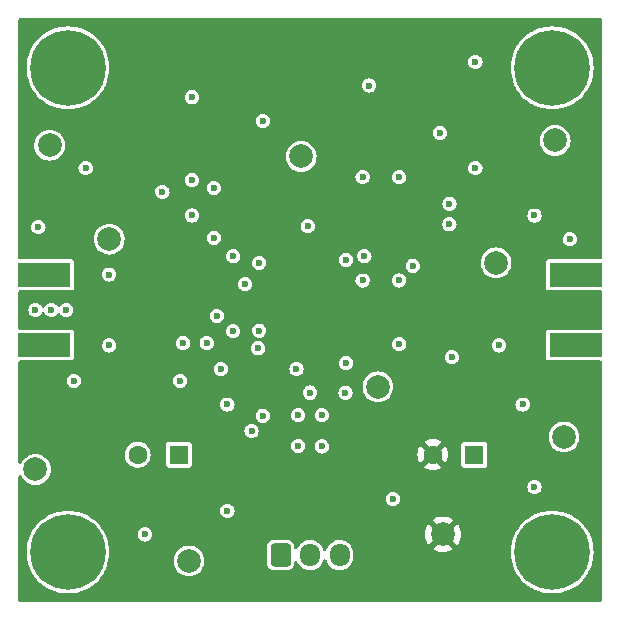
<source format=gbr>
%TF.GenerationSoftware,KiCad,Pcbnew,6.0.7-f9a2dced07~116~ubuntu20.04.1*%
%TF.CreationDate,2022-10-06T22:18:55-07:00*%
%TF.ProjectId,test-amp,74657374-2d61-46d7-902e-6b696361645f,rev?*%
%TF.SameCoordinates,Original*%
%TF.FileFunction,Copper,L4,Bot*%
%TF.FilePolarity,Positive*%
%FSLAX46Y46*%
G04 Gerber Fmt 4.6, Leading zero omitted, Abs format (unit mm)*
G04 Created by KiCad (PCBNEW 6.0.7-f9a2dced07~116~ubuntu20.04.1) date 2022-10-06 22:18:55*
%MOMM*%
%LPD*%
G01*
G04 APERTURE LIST*
G04 Aperture macros list*
%AMRoundRect*
0 Rectangle with rounded corners*
0 $1 Rounding radius*
0 $2 $3 $4 $5 $6 $7 $8 $9 X,Y pos of 4 corners*
0 Add a 4 corners polygon primitive as box body*
4,1,4,$2,$3,$4,$5,$6,$7,$8,$9,$2,$3,0*
0 Add four circle primitives for the rounded corners*
1,1,$1+$1,$2,$3*
1,1,$1+$1,$4,$5*
1,1,$1+$1,$6,$7*
1,1,$1+$1,$8,$9*
0 Add four rect primitives between the rounded corners*
20,1,$1+$1,$2,$3,$4,$5,0*
20,1,$1+$1,$4,$5,$6,$7,0*
20,1,$1+$1,$6,$7,$8,$9,0*
20,1,$1+$1,$8,$9,$2,$3,0*%
G04 Aperture macros list end*
%TA.AperFunction,ComponentPad*%
%ADD10C,2.000000*%
%TD*%
%TA.AperFunction,SMDPad,CuDef*%
%ADD11R,4.500000X2.000000*%
%TD*%
%TA.AperFunction,ComponentPad*%
%ADD12C,6.400000*%
%TD*%
%TA.AperFunction,ComponentPad*%
%ADD13C,0.800000*%
%TD*%
%TA.AperFunction,ComponentPad*%
%ADD14RoundRect,0.250000X-0.600000X-0.725000X0.600000X-0.725000X0.600000X0.725000X-0.600000X0.725000X0*%
%TD*%
%TA.AperFunction,ComponentPad*%
%ADD15O,1.700000X1.950000*%
%TD*%
%TA.AperFunction,ComponentPad*%
%ADD16R,1.600000X1.600000*%
%TD*%
%TA.AperFunction,ComponentPad*%
%ADD17C,1.600000*%
%TD*%
%TA.AperFunction,ViaPad*%
%ADD18C,0.600000*%
%TD*%
G04 APERTURE END LIST*
D10*
%TO.P,TP10,1,1*%
%TO.N,VSS*%
X186250000Y-119000000D03*
%TD*%
%TO.P,TP9,1,1*%
%TO.N,VDD*%
X164750000Y-121250000D03*
%TD*%
%TO.P,TP8,1,1*%
%TO.N,Net-(R12-Pad1)*%
X190750000Y-96000000D03*
%TD*%
%TO.P,TP7,1,1*%
%TO.N,GND*%
X195750000Y-85650000D03*
%TD*%
%TO.P,TP6,1,1*%
%TO.N,GND*%
X152950000Y-86050000D03*
%TD*%
%TO.P,TP5,1,1*%
%TO.N,GND*%
X196500000Y-110750000D03*
%TD*%
%TO.P,TP4,1,1*%
%TO.N,GND*%
X151750000Y-113500000D03*
%TD*%
%TO.P,TP3,1,1*%
%TO.N,Net-(C14-Pad2)*%
X174250000Y-87000000D03*
%TD*%
%TO.P,TP2,1,1*%
%TO.N,Net-(C15-Pad1)*%
X180750000Y-106500000D03*
%TD*%
%TO.P,TP1,1,1*%
%TO.N,Net-(C10-Pad1)*%
X158000000Y-94000000D03*
%TD*%
D11*
%TO.P,J7,2,Ext*%
%TO.N,GND*%
X197500000Y-102975000D03*
X197500000Y-97025000D03*
%TD*%
D12*
%TO.P,J6,1*%
%TO.N,GND*%
X195500000Y-120500000D03*
D13*
X198000000Y-120500000D03*
X197250000Y-118750000D03*
X195500000Y-118000000D03*
X193000000Y-120500000D03*
X195500000Y-123000000D03*
X193750000Y-122250000D03*
X193750000Y-118750000D03*
X197250000Y-122250000D03*
%TD*%
D12*
%TO.P,J5,1*%
%TO.N,GND*%
X154500000Y-120500000D03*
D13*
X157000000Y-120500000D03*
X156250000Y-118750000D03*
X154500000Y-118000000D03*
X152000000Y-120500000D03*
X154500000Y-123000000D03*
X152750000Y-122250000D03*
X152750000Y-118750000D03*
X156250000Y-122250000D03*
%TD*%
D12*
%TO.P,J4,1*%
%TO.N,GND*%
X195500000Y-79500000D03*
D13*
X198000000Y-79500000D03*
X197250000Y-77750000D03*
X195500000Y-77000000D03*
X193000000Y-79500000D03*
X195500000Y-82000000D03*
X193750000Y-81250000D03*
X193750000Y-77750000D03*
X197250000Y-81250000D03*
%TD*%
D12*
%TO.P,J3,1*%
%TO.N,GND*%
X154500000Y-79500000D03*
D13*
X157000000Y-79500000D03*
X156250000Y-77750000D03*
X154500000Y-77000000D03*
X152000000Y-79500000D03*
X154500000Y-82000000D03*
X152750000Y-81250000D03*
X152750000Y-77750000D03*
X156250000Y-81250000D03*
%TD*%
D14*
%TO.P,J2,1,Pin_1*%
%TO.N,Net-(FB1-Pad2)*%
X172500000Y-120750000D03*
D15*
%TO.P,J2,2,Pin_2*%
%TO.N,GND*%
X175000000Y-120750000D03*
%TO.P,J2,3,Pin_3*%
%TO.N,Net-(FB2-Pad1)*%
X177500000Y-120750000D03*
%TD*%
D11*
%TO.P,J1,2,Ext*%
%TO.N,GND*%
X152500000Y-97025000D03*
X152500000Y-102975000D03*
%TD*%
D16*
%TO.P,C2,1*%
%TO.N,GND*%
X188902651Y-112250000D03*
D17*
%TO.P,C2,2*%
%TO.N,VSS*%
X185402651Y-112250000D03*
%TD*%
D16*
%TO.P,C1,1*%
%TO.N,VDD*%
X163902651Y-112250000D03*
D17*
%TO.P,C1,2*%
%TO.N,GND*%
X160402651Y-112250000D03*
%TD*%
D18*
%TO.N,Net-(J1-Pad1)*%
X153100000Y-100000000D03*
X154350000Y-100000000D03*
X151750000Y-100000000D03*
%TO.N,GND*%
X158000000Y-97000000D03*
X165000000Y-92000000D03*
X178000000Y-107000000D03*
X175000000Y-107000000D03*
X168000000Y-108000000D03*
X164000000Y-106000000D03*
X194000000Y-115000000D03*
X182000000Y-116000000D03*
X168000000Y-117000000D03*
X161000000Y-119000000D03*
X180000000Y-81000000D03*
X165000000Y-82000000D03*
X171000000Y-84000000D03*
X165000000Y-89000000D03*
X156000000Y-88000000D03*
X152000000Y-93000000D03*
X155000000Y-106000000D03*
X158000000Y-103000000D03*
X193000000Y-108000000D03*
X191000000Y-103000000D03*
X187000000Y-104000000D03*
X186000000Y-85000000D03*
X189000000Y-79000000D03*
X197000000Y-94000000D03*
X194000000Y-92000000D03*
X189000000Y-88000000D03*
X162500000Y-90000000D03*
X166850000Y-93900000D03*
X166850000Y-89650000D03*
%TO.N,VSS*%
X179900000Y-110250000D03*
X178950000Y-108900000D03*
%TO.N,GND*%
X176000000Y-111550000D03*
X174000000Y-111500000D03*
%TO.N,VDD*%
X171000000Y-108950000D03*
X170050000Y-110250000D03*
%TO.N,GND*%
X176000000Y-108900000D03*
X174000000Y-108900000D03*
%TO.N,Net-(C14-Pad2)*%
X179600000Y-95450000D03*
X170600000Y-103250000D03*
%TO.N,Net-(C10-Pad1)*%
X169500000Y-97800000D03*
%TO.N,GND*%
X170700000Y-101750000D03*
X170700000Y-96000000D03*
X168500000Y-95450000D03*
%TO.N,VSS*%
X163450000Y-100500000D03*
%TO.N,VDD*%
X167100000Y-100500000D03*
%TO.N,GND*%
X164250000Y-102800000D03*
X166250000Y-102800000D03*
X168500000Y-101800000D03*
X183700000Y-96250000D03*
X186800000Y-92750000D03*
X186800000Y-91000000D03*
X198500000Y-103000000D03*
X196500000Y-103000000D03*
X197500000Y-103000000D03*
X198500000Y-97000000D03*
X196500000Y-97000000D03*
X197500000Y-97000000D03*
X154000000Y-103000000D03*
X151250000Y-103000000D03*
X152500000Y-103000000D03*
X154000000Y-97000000D03*
X152500000Y-97000000D03*
X151250000Y-97000000D03*
X167450000Y-105000000D03*
X173850000Y-105000000D03*
X179450000Y-97500000D03*
%TO.N,VDD*%
X182550000Y-97500000D03*
%TO.N,GND*%
X182550000Y-102900000D03*
X178050000Y-104500000D03*
%TO.N,VSS*%
X174950000Y-104500000D03*
%TO.N,GND*%
X179450000Y-88750000D03*
%TO.N,VDD*%
X182550000Y-88750000D03*
%TO.N,GND*%
X178050000Y-95750000D03*
%TO.N,VSS*%
X174950000Y-95750000D03*
%TO.N,Net-(C10-Pad1)*%
X174800000Y-92900000D03*
%TD*%
%TA.AperFunction,Conductor*%
%TO.N,VSS*%
G36*
X199625000Y-75320462D02*
G01*
X199679538Y-75375000D01*
X199699500Y-75449500D01*
X199699500Y-95575500D01*
X199679538Y-95650000D01*
X199625000Y-95704538D01*
X199550500Y-95724500D01*
X195205354Y-95724500D01*
X195179154Y-95727618D01*
X195076847Y-95773061D01*
X195067129Y-95782796D01*
X195015799Y-95834216D01*
X194997759Y-95852287D01*
X194992197Y-95864867D01*
X194992196Y-95864869D01*
X194969687Y-95915784D01*
X194952494Y-95954673D01*
X194949500Y-95980354D01*
X194949500Y-98069646D01*
X194952618Y-98095846D01*
X194998061Y-98198153D01*
X195077287Y-98277241D01*
X195089867Y-98282803D01*
X195089869Y-98282804D01*
X195169426Y-98317976D01*
X195179673Y-98322506D01*
X195194318Y-98324213D01*
X195201070Y-98325001D01*
X195201078Y-98325001D01*
X195205354Y-98325500D01*
X199550500Y-98325500D01*
X199625000Y-98345462D01*
X199679538Y-98400000D01*
X199699500Y-98474500D01*
X199699500Y-101525500D01*
X199679538Y-101600000D01*
X199625000Y-101654538D01*
X199550500Y-101674500D01*
X195205354Y-101674500D01*
X195179154Y-101677618D01*
X195076847Y-101723061D01*
X194997759Y-101802287D01*
X194952494Y-101904673D01*
X194949500Y-101930354D01*
X194949500Y-104019646D01*
X194952618Y-104045846D01*
X194998061Y-104148153D01*
X195007796Y-104157871D01*
X195047153Y-104197159D01*
X195077287Y-104227241D01*
X195089867Y-104232803D01*
X195089869Y-104232804D01*
X195169426Y-104267976D01*
X195179673Y-104272506D01*
X195194318Y-104274213D01*
X195201070Y-104275001D01*
X195201078Y-104275001D01*
X195205354Y-104275500D01*
X199550500Y-104275500D01*
X199625000Y-104295462D01*
X199679538Y-104350000D01*
X199699500Y-104424500D01*
X199699500Y-124550500D01*
X199679538Y-124625000D01*
X199625000Y-124679538D01*
X199550500Y-124699500D01*
X150449500Y-124699500D01*
X150375000Y-124679538D01*
X150320462Y-124625000D01*
X150300500Y-124550500D01*
X150300500Y-120500000D01*
X150994696Y-120500000D01*
X151013898Y-120866404D01*
X151071295Y-121228794D01*
X151087446Y-121289069D01*
X151149920Y-121522224D01*
X151166258Y-121583199D01*
X151297745Y-121925736D01*
X151299514Y-121929208D01*
X151299515Y-121929210D01*
X151348685Y-122025710D01*
X151464318Y-122252652D01*
X151466445Y-122255928D01*
X151466446Y-122255929D01*
X151648089Y-122535635D01*
X151664149Y-122560366D01*
X151895051Y-122845506D01*
X152154494Y-123104949D01*
X152439634Y-123335851D01*
X152747348Y-123535682D01*
X152750822Y-123537452D01*
X152750827Y-123537455D01*
X153070790Y-123700485D01*
X153074264Y-123702255D01*
X153416801Y-123833742D01*
X153420563Y-123834750D01*
X153420569Y-123834752D01*
X153578376Y-123877036D01*
X153771206Y-123928705D01*
X154133596Y-123986102D01*
X154137483Y-123986306D01*
X154137486Y-123986306D01*
X154496107Y-124005100D01*
X154500000Y-124005304D01*
X154503893Y-124005100D01*
X154862514Y-123986306D01*
X154862517Y-123986306D01*
X154866404Y-123986102D01*
X155228794Y-123928705D01*
X155421624Y-123877036D01*
X155579431Y-123834752D01*
X155579437Y-123834750D01*
X155583199Y-123833742D01*
X155925736Y-123702255D01*
X155929210Y-123700485D01*
X156249173Y-123537455D01*
X156249178Y-123537452D01*
X156252652Y-123535682D01*
X156560366Y-123335851D01*
X156845506Y-123104949D01*
X157104949Y-122845506D01*
X157335851Y-122560366D01*
X157351912Y-122535635D01*
X157533554Y-122255929D01*
X157533555Y-122255928D01*
X157535682Y-122252652D01*
X157651316Y-122025710D01*
X157700485Y-121929210D01*
X157700486Y-121929208D01*
X157702255Y-121925736D01*
X157833742Y-121583199D01*
X157850081Y-121522224D01*
X157912554Y-121289069D01*
X157923023Y-121250000D01*
X163444532Y-121250000D01*
X163445099Y-121256481D01*
X163455813Y-121378938D01*
X163464365Y-121476692D01*
X163466046Y-121482966D01*
X163466047Y-121482971D01*
X163492903Y-121583199D01*
X163523261Y-121696496D01*
X163526009Y-121702389D01*
X163616683Y-121896840D01*
X163616686Y-121896845D01*
X163619432Y-121902734D01*
X163749953Y-122089139D01*
X163910861Y-122250047D01*
X164097266Y-122380568D01*
X164103155Y-122383314D01*
X164103160Y-122383317D01*
X164287594Y-122469320D01*
X164303504Y-122476739D01*
X164309785Y-122478422D01*
X164517029Y-122533953D01*
X164517034Y-122533954D01*
X164523308Y-122535635D01*
X164529779Y-122536201D01*
X164529784Y-122536202D01*
X164743519Y-122554901D01*
X164750000Y-122555468D01*
X164756481Y-122554901D01*
X164970216Y-122536202D01*
X164970221Y-122536201D01*
X164976692Y-122535635D01*
X164982966Y-122533954D01*
X164982971Y-122533953D01*
X165190215Y-122478422D01*
X165196496Y-122476739D01*
X165212406Y-122469320D01*
X165396840Y-122383317D01*
X165396845Y-122383314D01*
X165402734Y-122380568D01*
X165589139Y-122250047D01*
X165750047Y-122089139D01*
X165880568Y-121902734D01*
X165883314Y-121896845D01*
X165883317Y-121896840D01*
X165973991Y-121702389D01*
X165976739Y-121696496D01*
X166007097Y-121583199D01*
X166024628Y-121517772D01*
X171349500Y-121517772D01*
X171360364Y-121607547D01*
X171415887Y-121747783D01*
X171507078Y-121867922D01*
X171627217Y-121959113D01*
X171767453Y-122014636D01*
X171857228Y-122025500D01*
X173142772Y-122025500D01*
X173232547Y-122014636D01*
X173372783Y-121959113D01*
X173492922Y-121867922D01*
X173584113Y-121747783D01*
X173639636Y-121607547D01*
X173650500Y-121517772D01*
X173650500Y-121378938D01*
X173670462Y-121304438D01*
X173725000Y-121249900D01*
X173799500Y-121229938D01*
X173874000Y-121249900D01*
X173928538Y-121304438D01*
X173933131Y-121313031D01*
X174014835Y-121478710D01*
X174018916Y-121484175D01*
X174018919Y-121484180D01*
X174111042Y-121607547D01*
X174141349Y-121648133D01*
X174296619Y-121791663D01*
X174475446Y-121904495D01*
X174481785Y-121907024D01*
X174481791Y-121907027D01*
X174621719Y-121962852D01*
X174671840Y-121982848D01*
X174678543Y-121984181D01*
X174678542Y-121984181D01*
X174872522Y-122022766D01*
X174872525Y-122022766D01*
X174879225Y-122024099D01*
X174984939Y-122025483D01*
X175083820Y-122026778D01*
X175083825Y-122026778D01*
X175090654Y-122026867D01*
X175097387Y-122025710D01*
X175097388Y-122025710D01*
X175292316Y-121992216D01*
X175292320Y-121992215D01*
X175299047Y-121991059D01*
X175497425Y-121917873D01*
X175515656Y-121907027D01*
X175673273Y-121813255D01*
X175673274Y-121813254D01*
X175679144Y-121809762D01*
X175801580Y-121702389D01*
X175832978Y-121674854D01*
X175832981Y-121674851D01*
X175838119Y-121670345D01*
X175906819Y-121583199D01*
X175964793Y-121509660D01*
X175964797Y-121509654D01*
X175969024Y-121504292D01*
X175972203Y-121498249D01*
X175972206Y-121498245D01*
X176034976Y-121378938D01*
X176067477Y-121317164D01*
X176069501Y-121310644D01*
X176069504Y-121310638D01*
X176107886Y-121187026D01*
X176149043Y-121121796D01*
X176217300Y-121085884D01*
X176294368Y-121088912D01*
X176359598Y-121130069D01*
X176393590Y-121190766D01*
X176421314Y-121289069D01*
X176514835Y-121478710D01*
X176518916Y-121484175D01*
X176518919Y-121484180D01*
X176611042Y-121607547D01*
X176641349Y-121648133D01*
X176796619Y-121791663D01*
X176975446Y-121904495D01*
X176981785Y-121907024D01*
X176981791Y-121907027D01*
X177121719Y-121962852D01*
X177171840Y-121982848D01*
X177178543Y-121984181D01*
X177178542Y-121984181D01*
X177372522Y-122022766D01*
X177372525Y-122022766D01*
X177379225Y-122024099D01*
X177484939Y-122025483D01*
X177583820Y-122026778D01*
X177583825Y-122026778D01*
X177590654Y-122026867D01*
X177597387Y-122025710D01*
X177597388Y-122025710D01*
X177792316Y-121992216D01*
X177792320Y-121992215D01*
X177799047Y-121991059D01*
X177997425Y-121917873D01*
X178015656Y-121907027D01*
X178173273Y-121813255D01*
X178173274Y-121813254D01*
X178179144Y-121809762D01*
X178301580Y-121702389D01*
X178332978Y-121674854D01*
X178332981Y-121674851D01*
X178338119Y-121670345D01*
X178406819Y-121583199D01*
X178464793Y-121509660D01*
X178464797Y-121509654D01*
X178469024Y-121504292D01*
X178472203Y-121498249D01*
X178472206Y-121498245D01*
X178534976Y-121378938D01*
X178567477Y-121317164D01*
X178607886Y-121187026D01*
X178628156Y-121121747D01*
X178628157Y-121121742D01*
X178630180Y-121115227D01*
X178633692Y-121085560D01*
X178649985Y-120947898D01*
X178649985Y-120947894D01*
X178650500Y-120943545D01*
X178650500Y-120571359D01*
X178636081Y-120414440D01*
X178625862Y-120378204D01*
X178584939Y-120233102D01*
X185381971Y-120233102D01*
X185385180Y-120238662D01*
X185558271Y-120344733D01*
X185568676Y-120350034D01*
X185777156Y-120436389D01*
X185788250Y-120439994D01*
X186007680Y-120492675D01*
X186019196Y-120494499D01*
X186244168Y-120512204D01*
X186255832Y-120512204D01*
X186410904Y-120500000D01*
X191994696Y-120500000D01*
X192013898Y-120866404D01*
X192071295Y-121228794D01*
X192087446Y-121289069D01*
X192149920Y-121522224D01*
X192166258Y-121583199D01*
X192297745Y-121925736D01*
X192299514Y-121929208D01*
X192299515Y-121929210D01*
X192348685Y-122025710D01*
X192464318Y-122252652D01*
X192466445Y-122255928D01*
X192466446Y-122255929D01*
X192648089Y-122535635D01*
X192664149Y-122560366D01*
X192895051Y-122845506D01*
X193154494Y-123104949D01*
X193439634Y-123335851D01*
X193747348Y-123535682D01*
X193750822Y-123537452D01*
X193750827Y-123537455D01*
X194070790Y-123700485D01*
X194074264Y-123702255D01*
X194416801Y-123833742D01*
X194420563Y-123834750D01*
X194420569Y-123834752D01*
X194578376Y-123877036D01*
X194771206Y-123928705D01*
X195133596Y-123986102D01*
X195137483Y-123986306D01*
X195137486Y-123986306D01*
X195496107Y-124005100D01*
X195500000Y-124005304D01*
X195503893Y-124005100D01*
X195862514Y-123986306D01*
X195862517Y-123986306D01*
X195866404Y-123986102D01*
X196228794Y-123928705D01*
X196421624Y-123877036D01*
X196579431Y-123834752D01*
X196579437Y-123834750D01*
X196583199Y-123833742D01*
X196925736Y-123702255D01*
X196929210Y-123700485D01*
X197249173Y-123537455D01*
X197249178Y-123537452D01*
X197252652Y-123535682D01*
X197560366Y-123335851D01*
X197845506Y-123104949D01*
X198104949Y-122845506D01*
X198335851Y-122560366D01*
X198351912Y-122535635D01*
X198533554Y-122255929D01*
X198533555Y-122255928D01*
X198535682Y-122252652D01*
X198651316Y-122025710D01*
X198700485Y-121929210D01*
X198700486Y-121929208D01*
X198702255Y-121925736D01*
X198833742Y-121583199D01*
X198850081Y-121522224D01*
X198912554Y-121289069D01*
X198928705Y-121228794D01*
X198986102Y-120866404D01*
X199005304Y-120500000D01*
X198992441Y-120254549D01*
X198986306Y-120137486D01*
X198986306Y-120137483D01*
X198986102Y-120133596D01*
X198928705Y-119771206D01*
X198861309Y-119519683D01*
X198834752Y-119420569D01*
X198834750Y-119420563D01*
X198833742Y-119416801D01*
X198702255Y-119074264D01*
X198667387Y-119005832D01*
X198537455Y-118750827D01*
X198537452Y-118750822D01*
X198535682Y-118747348D01*
X198335851Y-118439634D01*
X198318894Y-118418693D01*
X198107399Y-118157520D01*
X198104949Y-118154494D01*
X197845506Y-117895051D01*
X197560366Y-117664149D01*
X197470335Y-117605682D01*
X197255929Y-117466446D01*
X197255928Y-117466445D01*
X197252652Y-117464318D01*
X197249178Y-117462548D01*
X197249173Y-117462545D01*
X196929210Y-117299515D01*
X196929208Y-117299514D01*
X196925736Y-117297745D01*
X196583199Y-117166258D01*
X196579437Y-117165250D01*
X196579431Y-117165248D01*
X196421624Y-117122964D01*
X196228794Y-117071295D01*
X195866404Y-117013898D01*
X195862517Y-117013694D01*
X195862514Y-117013694D01*
X195503893Y-116994900D01*
X195500000Y-116994696D01*
X195496107Y-116994900D01*
X195137486Y-117013694D01*
X195137483Y-117013694D01*
X195133596Y-117013898D01*
X194771206Y-117071295D01*
X194578376Y-117122964D01*
X194420569Y-117165248D01*
X194420563Y-117165250D01*
X194416801Y-117166258D01*
X194074264Y-117297745D01*
X194070792Y-117299514D01*
X194070790Y-117299515D01*
X193750827Y-117462545D01*
X193750822Y-117462548D01*
X193747348Y-117464318D01*
X193744072Y-117466445D01*
X193744071Y-117466446D01*
X193529666Y-117605682D01*
X193439634Y-117664149D01*
X193154494Y-117895051D01*
X192895051Y-118154494D01*
X192892601Y-118157520D01*
X192681107Y-118418693D01*
X192664149Y-118439634D01*
X192464318Y-118747348D01*
X192462548Y-118750822D01*
X192462545Y-118750827D01*
X192332613Y-119005832D01*
X192297745Y-119074264D01*
X192166258Y-119416801D01*
X192165250Y-119420563D01*
X192165248Y-119420569D01*
X192138691Y-119519683D01*
X192071295Y-119771206D01*
X192013898Y-120133596D01*
X192013694Y-120137483D01*
X192013694Y-120137486D01*
X192007559Y-120254549D01*
X191994696Y-120500000D01*
X186410904Y-120500000D01*
X186480804Y-120494499D01*
X186492320Y-120492675D01*
X186711750Y-120439994D01*
X186722844Y-120436389D01*
X186931324Y-120350034D01*
X186941729Y-120344733D01*
X187107168Y-120243351D01*
X187118192Y-120231734D01*
X187116368Y-120225578D01*
X186263871Y-119373081D01*
X186250000Y-119365073D01*
X186236129Y-119373081D01*
X185389979Y-120219231D01*
X185381971Y-120233102D01*
X178584939Y-120233102D01*
X178580542Y-120217512D01*
X178578686Y-120210931D01*
X178485165Y-120021290D01*
X178481084Y-120015825D01*
X178481081Y-120015820D01*
X178362739Y-119857341D01*
X178362737Y-119857339D01*
X178358651Y-119851867D01*
X178203381Y-119708337D01*
X178024554Y-119595505D01*
X178018215Y-119592976D01*
X178018209Y-119592973D01*
X177834504Y-119519683D01*
X177828160Y-119517152D01*
X177773713Y-119506322D01*
X177627478Y-119477234D01*
X177627475Y-119477234D01*
X177620775Y-119475901D01*
X177513762Y-119474500D01*
X177416180Y-119473222D01*
X177416175Y-119473222D01*
X177409346Y-119473133D01*
X177402613Y-119474290D01*
X177402612Y-119474290D01*
X177207684Y-119507784D01*
X177207680Y-119507785D01*
X177200953Y-119508941D01*
X177002575Y-119582127D01*
X176996702Y-119585621D01*
X176918615Y-119632078D01*
X176820856Y-119690238D01*
X176788641Y-119718489D01*
X176667022Y-119825146D01*
X176667019Y-119825149D01*
X176661881Y-119829655D01*
X176612375Y-119892453D01*
X176535207Y-119990340D01*
X176535203Y-119990346D01*
X176530976Y-119995708D01*
X176527797Y-120001751D01*
X176527794Y-120001755D01*
X176514295Y-120027413D01*
X176432523Y-120182836D01*
X176430499Y-120189356D01*
X176430496Y-120189362D01*
X176392114Y-120312974D01*
X176350957Y-120378204D01*
X176282700Y-120414116D01*
X176205632Y-120411088D01*
X176140402Y-120369931D01*
X176106410Y-120309234D01*
X176080542Y-120217512D01*
X176078686Y-120210931D01*
X175985165Y-120021290D01*
X175981084Y-120015825D01*
X175981081Y-120015820D01*
X175862739Y-119857341D01*
X175862737Y-119857339D01*
X175858651Y-119851867D01*
X175703381Y-119708337D01*
X175524554Y-119595505D01*
X175518215Y-119592976D01*
X175518209Y-119592973D01*
X175334504Y-119519683D01*
X175328160Y-119517152D01*
X175273713Y-119506322D01*
X175127478Y-119477234D01*
X175127475Y-119477234D01*
X175120775Y-119475901D01*
X175013762Y-119474500D01*
X174916180Y-119473222D01*
X174916175Y-119473222D01*
X174909346Y-119473133D01*
X174902613Y-119474290D01*
X174902612Y-119474290D01*
X174707684Y-119507784D01*
X174707680Y-119507785D01*
X174700953Y-119508941D01*
X174502575Y-119582127D01*
X174496702Y-119585621D01*
X174418615Y-119632078D01*
X174320856Y-119690238D01*
X174288641Y-119718489D01*
X174167022Y-119825146D01*
X174167019Y-119825149D01*
X174161881Y-119829655D01*
X174112375Y-119892453D01*
X174035207Y-119990340D01*
X174035203Y-119990346D01*
X174030976Y-119995708D01*
X174027797Y-120001751D01*
X174027794Y-120001755D01*
X173932523Y-120182836D01*
X173930602Y-120181825D01*
X173890198Y-120234474D01*
X173818939Y-120263985D01*
X173742472Y-120253914D01*
X173681285Y-120206957D01*
X173651774Y-120135698D01*
X173650500Y-120116259D01*
X173650500Y-119982228D01*
X173639636Y-119892453D01*
X173584113Y-119752217D01*
X173492922Y-119632078D01*
X173372783Y-119540887D01*
X173232547Y-119485364D01*
X173142772Y-119474500D01*
X171857228Y-119474500D01*
X171767453Y-119485364D01*
X171627217Y-119540887D01*
X171507078Y-119632078D01*
X171415887Y-119752217D01*
X171360364Y-119892453D01*
X171349500Y-119982228D01*
X171349500Y-121517772D01*
X166024628Y-121517772D01*
X166033953Y-121482971D01*
X166033954Y-121482966D01*
X166035635Y-121476692D01*
X166044188Y-121378938D01*
X166054901Y-121256481D01*
X166055468Y-121250000D01*
X166050286Y-121190766D01*
X166036202Y-121029784D01*
X166036201Y-121029779D01*
X166035635Y-121023308D01*
X165976739Y-120803504D01*
X165969320Y-120787594D01*
X165883317Y-120603160D01*
X165883314Y-120603155D01*
X165880568Y-120597266D01*
X165750047Y-120410861D01*
X165589139Y-120249953D01*
X165402734Y-120119432D01*
X165396845Y-120116686D01*
X165396840Y-120116683D01*
X165202389Y-120026009D01*
X165196496Y-120023261D01*
X165168726Y-120015820D01*
X164982971Y-119966047D01*
X164982966Y-119966046D01*
X164976692Y-119964365D01*
X164970221Y-119963799D01*
X164970216Y-119963798D01*
X164756481Y-119945099D01*
X164750000Y-119944532D01*
X164743519Y-119945099D01*
X164529784Y-119963798D01*
X164529779Y-119963799D01*
X164523308Y-119964365D01*
X164517034Y-119966046D01*
X164517029Y-119966047D01*
X164331274Y-120015820D01*
X164303504Y-120023261D01*
X164297611Y-120026009D01*
X164103160Y-120116683D01*
X164103155Y-120116686D01*
X164097266Y-120119432D01*
X163910861Y-120249953D01*
X163749953Y-120410861D01*
X163619432Y-120597266D01*
X163616686Y-120603155D01*
X163616683Y-120603160D01*
X163530680Y-120787594D01*
X163523261Y-120803504D01*
X163464365Y-121023308D01*
X163463799Y-121029779D01*
X163463798Y-121029784D01*
X163449714Y-121190766D01*
X163444532Y-121250000D01*
X157923023Y-121250000D01*
X157928705Y-121228794D01*
X157986102Y-120866404D01*
X158005304Y-120500000D01*
X157992441Y-120254549D01*
X157986306Y-120137486D01*
X157986306Y-120137483D01*
X157986102Y-120133596D01*
X157928705Y-119771206D01*
X157861309Y-119519683D01*
X157834752Y-119420569D01*
X157834750Y-119420563D01*
X157833742Y-119416801D01*
X157702255Y-119074264D01*
X157667387Y-119005832D01*
X157664415Y-119000000D01*
X160394318Y-119000000D01*
X160414956Y-119156762D01*
X160475464Y-119302841D01*
X160571718Y-119428282D01*
X160697159Y-119524536D01*
X160706182Y-119528274D01*
X160706183Y-119528274D01*
X160751459Y-119547028D01*
X160843238Y-119585044D01*
X160852919Y-119586319D01*
X160852921Y-119586319D01*
X160990315Y-119604407D01*
X161000000Y-119605682D01*
X161009685Y-119604407D01*
X161147079Y-119586319D01*
X161147081Y-119586319D01*
X161156762Y-119585044D01*
X161248541Y-119547028D01*
X161293817Y-119528274D01*
X161293818Y-119528274D01*
X161302841Y-119524536D01*
X161428282Y-119428282D01*
X161524536Y-119302841D01*
X161585044Y-119156762D01*
X161604914Y-119005832D01*
X184737796Y-119005832D01*
X184755501Y-119230804D01*
X184757325Y-119242320D01*
X184810006Y-119461750D01*
X184813611Y-119472844D01*
X184899966Y-119681324D01*
X184905267Y-119691729D01*
X185006649Y-119857168D01*
X185018266Y-119868192D01*
X185024422Y-119866368D01*
X185876919Y-119013871D01*
X185884927Y-119000000D01*
X186615073Y-119000000D01*
X186623081Y-119013871D01*
X187469231Y-119860021D01*
X187483102Y-119868029D01*
X187488662Y-119864820D01*
X187594733Y-119691729D01*
X187600034Y-119681324D01*
X187686389Y-119472844D01*
X187689994Y-119461750D01*
X187742675Y-119242320D01*
X187744499Y-119230804D01*
X187762204Y-119005832D01*
X187762204Y-118994168D01*
X187744499Y-118769196D01*
X187742675Y-118757680D01*
X187689994Y-118538250D01*
X187686389Y-118527156D01*
X187600034Y-118318676D01*
X187594733Y-118308271D01*
X187493351Y-118142832D01*
X187481734Y-118131808D01*
X187475578Y-118133632D01*
X186623081Y-118986129D01*
X186615073Y-119000000D01*
X185884927Y-119000000D01*
X185876919Y-118986129D01*
X185030769Y-118139979D01*
X185016898Y-118131971D01*
X185011338Y-118135180D01*
X184905267Y-118308271D01*
X184899966Y-118318676D01*
X184813611Y-118527156D01*
X184810006Y-118538250D01*
X184757325Y-118757680D01*
X184755501Y-118769196D01*
X184737796Y-118994168D01*
X184737796Y-119005832D01*
X161604914Y-119005832D01*
X161605682Y-119000000D01*
X161585044Y-118843238D01*
X161524536Y-118697159D01*
X161428282Y-118571718D01*
X161302841Y-118475464D01*
X161224247Y-118442909D01*
X161165784Y-118418693D01*
X161156762Y-118414956D01*
X161147081Y-118413681D01*
X161147079Y-118413681D01*
X161009685Y-118395593D01*
X161000000Y-118394318D01*
X160990315Y-118395593D01*
X160852921Y-118413681D01*
X160852919Y-118413681D01*
X160843238Y-118414956D01*
X160834216Y-118418693D01*
X160775754Y-118442909D01*
X160697159Y-118475464D01*
X160571718Y-118571718D01*
X160475464Y-118697159D01*
X160414956Y-118843238D01*
X160394318Y-119000000D01*
X157664415Y-119000000D01*
X157537455Y-118750827D01*
X157537452Y-118750822D01*
X157535682Y-118747348D01*
X157335851Y-118439634D01*
X157318894Y-118418693D01*
X157107399Y-118157520D01*
X157104949Y-118154494D01*
X156845506Y-117895051D01*
X156688940Y-117768266D01*
X185381808Y-117768266D01*
X185383632Y-117774422D01*
X186236129Y-118626919D01*
X186250000Y-118634927D01*
X186263871Y-118626919D01*
X187110021Y-117780769D01*
X187118029Y-117766898D01*
X187114820Y-117761338D01*
X186941729Y-117655267D01*
X186931324Y-117649966D01*
X186722844Y-117563611D01*
X186711750Y-117560006D01*
X186492320Y-117507325D01*
X186480804Y-117505501D01*
X186255832Y-117487796D01*
X186244168Y-117487796D01*
X186019196Y-117505501D01*
X186007680Y-117507325D01*
X185788250Y-117560006D01*
X185777156Y-117563611D01*
X185568676Y-117649966D01*
X185558271Y-117655267D01*
X185392832Y-117756649D01*
X185381808Y-117768266D01*
X156688940Y-117768266D01*
X156560366Y-117664149D01*
X156470335Y-117605682D01*
X156255929Y-117466446D01*
X156255928Y-117466445D01*
X156252652Y-117464318D01*
X156249178Y-117462548D01*
X156249173Y-117462545D01*
X155929210Y-117299515D01*
X155929208Y-117299514D01*
X155925736Y-117297745D01*
X155583199Y-117166258D01*
X155579437Y-117165250D01*
X155579431Y-117165248D01*
X155421624Y-117122964D01*
X155228794Y-117071295D01*
X154866404Y-117013898D01*
X154862517Y-117013694D01*
X154862514Y-117013694D01*
X154601210Y-117000000D01*
X167394318Y-117000000D01*
X167414956Y-117156762D01*
X167475464Y-117302841D01*
X167571718Y-117428282D01*
X167697159Y-117524536D01*
X167843238Y-117585044D01*
X167852919Y-117586319D01*
X167852921Y-117586319D01*
X167990315Y-117604407D01*
X168000000Y-117605682D01*
X168009685Y-117604407D01*
X168147079Y-117586319D01*
X168147081Y-117586319D01*
X168156762Y-117585044D01*
X168302841Y-117524536D01*
X168428282Y-117428282D01*
X168524536Y-117302841D01*
X168585044Y-117156762D01*
X168605682Y-117000000D01*
X168585044Y-116843238D01*
X168524536Y-116697159D01*
X168428282Y-116571718D01*
X168302841Y-116475464D01*
X168156762Y-116414956D01*
X168147081Y-116413681D01*
X168147079Y-116413681D01*
X168009685Y-116395593D01*
X168000000Y-116394318D01*
X167990315Y-116395593D01*
X167852921Y-116413681D01*
X167852919Y-116413681D01*
X167843238Y-116414956D01*
X167697159Y-116475464D01*
X167571718Y-116571718D01*
X167475464Y-116697159D01*
X167414956Y-116843238D01*
X167394318Y-117000000D01*
X154601210Y-117000000D01*
X154503893Y-116994900D01*
X154500000Y-116994696D01*
X154496107Y-116994900D01*
X154137486Y-117013694D01*
X154137483Y-117013694D01*
X154133596Y-117013898D01*
X153771206Y-117071295D01*
X153578376Y-117122964D01*
X153420569Y-117165248D01*
X153420563Y-117165250D01*
X153416801Y-117166258D01*
X153074264Y-117297745D01*
X153070792Y-117299514D01*
X153070790Y-117299515D01*
X152750827Y-117462545D01*
X152750822Y-117462548D01*
X152747348Y-117464318D01*
X152744072Y-117466445D01*
X152744071Y-117466446D01*
X152529666Y-117605682D01*
X152439634Y-117664149D01*
X152154494Y-117895051D01*
X151895051Y-118154494D01*
X151892601Y-118157520D01*
X151681107Y-118418693D01*
X151664149Y-118439634D01*
X151464318Y-118747348D01*
X151462548Y-118750822D01*
X151462545Y-118750827D01*
X151332613Y-119005832D01*
X151297745Y-119074264D01*
X151166258Y-119416801D01*
X151165250Y-119420563D01*
X151165248Y-119420569D01*
X151138691Y-119519683D01*
X151071295Y-119771206D01*
X151013898Y-120133596D01*
X151013694Y-120137483D01*
X151013694Y-120137486D01*
X151007559Y-120254549D01*
X150994696Y-120500000D01*
X150300500Y-120500000D01*
X150300500Y-116000000D01*
X181394318Y-116000000D01*
X181414956Y-116156762D01*
X181475464Y-116302841D01*
X181571718Y-116428282D01*
X181697159Y-116524536D01*
X181843238Y-116585044D01*
X181852919Y-116586319D01*
X181852921Y-116586319D01*
X181990315Y-116604407D01*
X182000000Y-116605682D01*
X182009685Y-116604407D01*
X182147079Y-116586319D01*
X182147081Y-116586319D01*
X182156762Y-116585044D01*
X182302841Y-116524536D01*
X182428282Y-116428282D01*
X182524536Y-116302841D01*
X182585044Y-116156762D01*
X182605682Y-116000000D01*
X182585044Y-115843238D01*
X182524536Y-115697159D01*
X182428282Y-115571718D01*
X182302841Y-115475464D01*
X182156762Y-115414956D01*
X182147081Y-115413681D01*
X182147079Y-115413681D01*
X182009685Y-115395593D01*
X182000000Y-115394318D01*
X181990315Y-115395593D01*
X181852921Y-115413681D01*
X181852919Y-115413681D01*
X181843238Y-115414956D01*
X181697159Y-115475464D01*
X181571718Y-115571718D01*
X181475464Y-115697159D01*
X181414956Y-115843238D01*
X181394318Y-116000000D01*
X150300500Y-116000000D01*
X150300500Y-115000000D01*
X193394318Y-115000000D01*
X193414956Y-115156762D01*
X193475464Y-115302841D01*
X193571718Y-115428282D01*
X193697159Y-115524536D01*
X193843238Y-115585044D01*
X193852919Y-115586319D01*
X193852921Y-115586319D01*
X193990315Y-115604407D01*
X194000000Y-115605682D01*
X194009685Y-115604407D01*
X194147079Y-115586319D01*
X194147081Y-115586319D01*
X194156762Y-115585044D01*
X194302841Y-115524536D01*
X194428282Y-115428282D01*
X194524536Y-115302841D01*
X194585044Y-115156762D01*
X194605682Y-115000000D01*
X194585044Y-114843238D01*
X194537486Y-114728422D01*
X194528274Y-114706183D01*
X194528274Y-114706182D01*
X194524536Y-114697159D01*
X194428282Y-114571718D01*
X194302841Y-114475464D01*
X194156762Y-114414956D01*
X194147081Y-114413681D01*
X194147079Y-114413681D01*
X194009685Y-114395593D01*
X194000000Y-114394318D01*
X193990315Y-114395593D01*
X193852921Y-114413681D01*
X193852919Y-114413681D01*
X193843238Y-114414956D01*
X193697159Y-114475464D01*
X193571718Y-114571718D01*
X193475464Y-114697159D01*
X193471726Y-114706182D01*
X193471726Y-114706183D01*
X193462514Y-114728422D01*
X193414956Y-114843238D01*
X193394318Y-115000000D01*
X150300500Y-115000000D01*
X150300500Y-114140878D01*
X150320462Y-114066378D01*
X150375000Y-114011840D01*
X150449500Y-113991878D01*
X150524000Y-114011840D01*
X150578538Y-114066378D01*
X150584538Y-114077905D01*
X150619432Y-114152734D01*
X150749953Y-114339139D01*
X150910861Y-114500047D01*
X151097266Y-114630568D01*
X151103155Y-114633314D01*
X151103160Y-114633317D01*
X151223452Y-114689410D01*
X151303504Y-114726739D01*
X151309785Y-114728422D01*
X151517029Y-114783953D01*
X151517034Y-114783954D01*
X151523308Y-114785635D01*
X151529779Y-114786201D01*
X151529784Y-114786202D01*
X151743519Y-114804901D01*
X151750000Y-114805468D01*
X151756481Y-114804901D01*
X151970216Y-114786202D01*
X151970221Y-114786201D01*
X151976692Y-114785635D01*
X151982966Y-114783954D01*
X151982971Y-114783953D01*
X152190215Y-114728422D01*
X152196496Y-114726739D01*
X152276548Y-114689410D01*
X152396840Y-114633317D01*
X152396845Y-114633314D01*
X152402734Y-114630568D01*
X152589139Y-114500047D01*
X152750047Y-114339139D01*
X152880568Y-114152734D01*
X152883314Y-114146845D01*
X152883317Y-114146840D01*
X152973991Y-113952389D01*
X152976739Y-113946496D01*
X153035635Y-113726692D01*
X153055468Y-113500000D01*
X153045263Y-113383355D01*
X153036202Y-113279784D01*
X153036201Y-113279779D01*
X153035635Y-113273308D01*
X153032568Y-113261859D01*
X152978422Y-113059785D01*
X152976739Y-113053504D01*
X152964032Y-113026253D01*
X152883317Y-112853160D01*
X152883314Y-112853155D01*
X152880568Y-112847266D01*
X152750047Y-112660861D01*
X152589139Y-112499953D01*
X152402734Y-112369432D01*
X152396845Y-112366686D01*
X152396840Y-112366683D01*
X152202389Y-112276009D01*
X152196496Y-112273261D01*
X152133872Y-112256481D01*
X152001713Y-112221069D01*
X159297815Y-112221069D01*
X159300136Y-112256481D01*
X159307784Y-112373163D01*
X159311043Y-112422894D01*
X159360829Y-112618928D01*
X159363687Y-112625128D01*
X159363689Y-112625133D01*
X159400736Y-112705493D01*
X159445507Y-112802607D01*
X159562239Y-112967780D01*
X159567135Y-112972549D01*
X159567138Y-112972553D01*
X159702220Y-113104143D01*
X159707117Y-113108913D01*
X159875288Y-113221282D01*
X159881556Y-113223975D01*
X159881558Y-113223976D01*
X159902262Y-113232871D01*
X160061121Y-113301122D01*
X160258391Y-113345760D01*
X160265213Y-113346028D01*
X160453664Y-113353432D01*
X160453667Y-113353432D01*
X160460493Y-113353700D01*
X160660658Y-113324678D01*
X160852182Y-113259664D01*
X161028652Y-113160837D01*
X161108238Y-113094646D01*
X162802151Y-113094646D01*
X162805269Y-113120846D01*
X162850712Y-113223153D01*
X162860447Y-113232871D01*
X162900955Y-113273308D01*
X162929938Y-113302241D01*
X162942518Y-113307803D01*
X162942520Y-113307804D01*
X163022077Y-113342976D01*
X163032324Y-113347506D01*
X163046969Y-113349213D01*
X163053721Y-113350001D01*
X163053729Y-113350001D01*
X163058005Y-113350500D01*
X164747297Y-113350500D01*
X164773497Y-113347382D01*
X164796647Y-113337099D01*
X184680625Y-113337099D01*
X184684603Y-113343990D01*
X184740821Y-113383355D01*
X184752049Y-113389838D01*
X184947687Y-113481065D01*
X184959861Y-113485496D01*
X185168373Y-113541367D01*
X185181128Y-113543616D01*
X185396170Y-113562429D01*
X185409132Y-113562429D01*
X185624174Y-113543616D01*
X185636929Y-113541367D01*
X185845441Y-113485496D01*
X185857615Y-113481065D01*
X186053253Y-113389838D01*
X186064481Y-113383355D01*
X186114471Y-113348351D01*
X186124766Y-113336081D01*
X186122044Y-113328603D01*
X185888087Y-113094646D01*
X187802151Y-113094646D01*
X187805269Y-113120846D01*
X187850712Y-113223153D01*
X187860447Y-113232871D01*
X187900955Y-113273308D01*
X187929938Y-113302241D01*
X187942518Y-113307803D01*
X187942520Y-113307804D01*
X188022077Y-113342976D01*
X188032324Y-113347506D01*
X188046969Y-113349213D01*
X188053721Y-113350001D01*
X188053729Y-113350001D01*
X188058005Y-113350500D01*
X189747297Y-113350500D01*
X189773497Y-113347382D01*
X189875804Y-113301939D01*
X189954892Y-113222713D01*
X189982248Y-113160837D01*
X189995627Y-113130574D01*
X189995627Y-113130573D01*
X190000157Y-113120327D01*
X190003151Y-113094646D01*
X190003151Y-111405354D01*
X190000033Y-111379154D01*
X189954590Y-111276847D01*
X189875364Y-111197759D01*
X189862784Y-111192197D01*
X189862782Y-111192196D01*
X189783225Y-111157024D01*
X189783224Y-111157024D01*
X189772978Y-111152494D01*
X189758019Y-111150750D01*
X189751581Y-111149999D01*
X189751573Y-111149999D01*
X189747297Y-111149500D01*
X188058005Y-111149500D01*
X188031805Y-111152618D01*
X187929498Y-111198061D01*
X187850410Y-111277287D01*
X187844848Y-111289867D01*
X187844847Y-111289869D01*
X187809892Y-111368936D01*
X187805145Y-111379673D01*
X187803848Y-111390800D01*
X187803144Y-111396840D01*
X187802151Y-111405354D01*
X187802151Y-113094646D01*
X185888087Y-113094646D01*
X185416522Y-112623081D01*
X185402651Y-112615073D01*
X185388780Y-112623081D01*
X184688633Y-113323228D01*
X184680625Y-113337099D01*
X164796647Y-113337099D01*
X164875804Y-113301939D01*
X164954892Y-113222713D01*
X164982248Y-113160837D01*
X164995627Y-113130574D01*
X164995627Y-113130573D01*
X165000157Y-113120327D01*
X165003151Y-113094646D01*
X165003151Y-112256481D01*
X184090222Y-112256481D01*
X184109035Y-112471523D01*
X184111284Y-112484278D01*
X184167155Y-112692790D01*
X184171586Y-112704964D01*
X184262813Y-112900602D01*
X184269296Y-112911830D01*
X184304300Y-112961820D01*
X184316570Y-112972115D01*
X184324048Y-112969393D01*
X185029570Y-112263871D01*
X185037578Y-112250000D01*
X185767724Y-112250000D01*
X185775732Y-112263871D01*
X186475879Y-112964018D01*
X186489750Y-112972026D01*
X186496641Y-112968048D01*
X186536006Y-112911830D01*
X186542489Y-112900602D01*
X186633716Y-112704964D01*
X186638147Y-112692790D01*
X186694018Y-112484278D01*
X186696267Y-112471523D01*
X186715080Y-112256481D01*
X186715080Y-112243519D01*
X186696267Y-112028477D01*
X186694018Y-112015722D01*
X186638147Y-111807210D01*
X186633716Y-111795036D01*
X186542489Y-111599398D01*
X186536006Y-111588170D01*
X186501002Y-111538180D01*
X186488732Y-111527885D01*
X186481254Y-111530607D01*
X185775732Y-112236129D01*
X185767724Y-112250000D01*
X185037578Y-112250000D01*
X185029570Y-112236129D01*
X184329423Y-111535982D01*
X184315552Y-111527974D01*
X184308661Y-111531952D01*
X184269296Y-111588170D01*
X184262813Y-111599398D01*
X184171586Y-111795036D01*
X184167155Y-111807210D01*
X184111284Y-112015722D01*
X184109035Y-112028477D01*
X184090222Y-112243519D01*
X184090222Y-112256481D01*
X165003151Y-112256481D01*
X165003151Y-111500000D01*
X173394318Y-111500000D01*
X173395593Y-111509685D01*
X173413104Y-111642692D01*
X173414956Y-111656762D01*
X173418693Y-111665784D01*
X173455141Y-111753776D01*
X173475464Y-111802841D01*
X173571718Y-111928282D01*
X173697159Y-112024536D01*
X173706182Y-112028274D01*
X173706183Y-112028274D01*
X173817869Y-112074536D01*
X173843238Y-112085044D01*
X173852919Y-112086319D01*
X173852921Y-112086319D01*
X173990315Y-112104407D01*
X174000000Y-112105682D01*
X174009685Y-112104407D01*
X174147079Y-112086319D01*
X174147081Y-112086319D01*
X174156762Y-112085044D01*
X174182131Y-112074536D01*
X174293817Y-112028274D01*
X174293818Y-112028274D01*
X174302841Y-112024536D01*
X174428282Y-111928282D01*
X174524536Y-111802841D01*
X174544860Y-111753776D01*
X174581307Y-111665784D01*
X174585044Y-111656762D01*
X174586897Y-111642692D01*
X174599100Y-111550000D01*
X175394318Y-111550000D01*
X175395593Y-111559685D01*
X175407099Y-111647079D01*
X175414956Y-111706762D01*
X175418693Y-111715784D01*
X175430982Y-111745451D01*
X175475464Y-111852841D01*
X175571718Y-111978282D01*
X175697159Y-112074536D01*
X175706182Y-112078274D01*
X175706183Y-112078274D01*
X175769274Y-112104407D01*
X175843238Y-112135044D01*
X175852919Y-112136319D01*
X175852921Y-112136319D01*
X175990315Y-112154407D01*
X176000000Y-112155682D01*
X176009685Y-112154407D01*
X176147079Y-112136319D01*
X176147081Y-112136319D01*
X176156762Y-112135044D01*
X176230726Y-112104407D01*
X176293817Y-112078274D01*
X176293818Y-112078274D01*
X176302841Y-112074536D01*
X176428282Y-111978282D01*
X176524536Y-111852841D01*
X176569019Y-111745451D01*
X176581307Y-111715784D01*
X176585044Y-111706762D01*
X176592902Y-111647079D01*
X176604407Y-111559685D01*
X176605682Y-111550000D01*
X176600477Y-111510467D01*
X176586319Y-111402921D01*
X176586319Y-111402919D01*
X176585044Y-111393238D01*
X176542041Y-111289419D01*
X176528274Y-111256183D01*
X176528274Y-111256182D01*
X176524536Y-111247159D01*
X176460664Y-111163919D01*
X184680536Y-111163919D01*
X184683258Y-111171397D01*
X185388780Y-111876919D01*
X185402651Y-111884927D01*
X185416522Y-111876919D01*
X186116669Y-111176772D01*
X186124677Y-111162901D01*
X186120699Y-111156010D01*
X186064481Y-111116645D01*
X186053253Y-111110162D01*
X185857615Y-111018935D01*
X185845441Y-111014504D01*
X185636929Y-110958633D01*
X185624174Y-110956384D01*
X185409132Y-110937571D01*
X185396170Y-110937571D01*
X185181128Y-110956384D01*
X185168373Y-110958633D01*
X184959861Y-111014504D01*
X184947687Y-111018935D01*
X184752049Y-111110162D01*
X184740821Y-111116645D01*
X184690831Y-111151649D01*
X184680536Y-111163919D01*
X176460664Y-111163919D01*
X176428282Y-111121718D01*
X176302841Y-111025464D01*
X176276382Y-111014504D01*
X176165784Y-110968693D01*
X176156762Y-110964956D01*
X176147081Y-110963681D01*
X176147079Y-110963681D01*
X176009685Y-110945593D01*
X176000000Y-110944318D01*
X175990315Y-110945593D01*
X175852921Y-110963681D01*
X175852919Y-110963681D01*
X175843238Y-110964956D01*
X175834216Y-110968693D01*
X175723619Y-111014504D01*
X175697159Y-111025464D01*
X175571718Y-111121718D01*
X175475464Y-111247159D01*
X175471726Y-111256182D01*
X175471726Y-111256183D01*
X175457959Y-111289419D01*
X175414956Y-111393238D01*
X175413681Y-111402919D01*
X175413681Y-111402921D01*
X175399523Y-111510467D01*
X175394318Y-111550000D01*
X174599100Y-111550000D01*
X174604407Y-111509685D01*
X174605682Y-111500000D01*
X174593222Y-111405354D01*
X174586319Y-111352921D01*
X174586319Y-111352919D01*
X174585044Y-111343238D01*
X174524536Y-111197159D01*
X174428282Y-111071718D01*
X174302841Y-110975464D01*
X174290172Y-110970216D01*
X174165784Y-110918693D01*
X174156762Y-110914956D01*
X174147081Y-110913681D01*
X174147079Y-110913681D01*
X174009685Y-110895593D01*
X174000000Y-110894318D01*
X173990315Y-110895593D01*
X173852921Y-110913681D01*
X173852919Y-110913681D01*
X173843238Y-110914956D01*
X173834216Y-110918693D01*
X173709829Y-110970216D01*
X173697159Y-110975464D01*
X173571718Y-111071718D01*
X173475464Y-111197159D01*
X173414956Y-111343238D01*
X173413681Y-111352919D01*
X173413681Y-111352921D01*
X173406778Y-111405354D01*
X173394318Y-111500000D01*
X165003151Y-111500000D01*
X165003151Y-111405354D01*
X165000033Y-111379154D01*
X164954590Y-111276847D01*
X164875364Y-111197759D01*
X164862784Y-111192197D01*
X164862782Y-111192196D01*
X164783225Y-111157024D01*
X164783224Y-111157024D01*
X164772978Y-111152494D01*
X164758019Y-111150750D01*
X164751581Y-111149999D01*
X164751573Y-111149999D01*
X164747297Y-111149500D01*
X163058005Y-111149500D01*
X163031805Y-111152618D01*
X162929498Y-111198061D01*
X162850410Y-111277287D01*
X162844848Y-111289867D01*
X162844847Y-111289869D01*
X162809892Y-111368936D01*
X162805145Y-111379673D01*
X162803848Y-111390800D01*
X162803144Y-111396840D01*
X162802151Y-111405354D01*
X162802151Y-113094646D01*
X161108238Y-113094646D01*
X161184156Y-113031505D01*
X161313488Y-112876001D01*
X161326280Y-112853160D01*
X161408976Y-112705493D01*
X161412315Y-112699531D01*
X161477329Y-112508007D01*
X161506351Y-112307842D01*
X161507866Y-112250000D01*
X161507271Y-112243519D01*
X161489984Y-112055393D01*
X161489359Y-112048591D01*
X161434458Y-111853926D01*
X161424427Y-111833584D01*
X161348021Y-111678649D01*
X161345002Y-111672527D01*
X161340921Y-111667062D01*
X161340918Y-111667057D01*
X161228074Y-111515941D01*
X161228072Y-111515939D01*
X161223986Y-111510467D01*
X161075463Y-111373174D01*
X160904408Y-111265246D01*
X160898068Y-111262717D01*
X160898063Y-111262714D01*
X160722886Y-111192826D01*
X160722884Y-111192825D01*
X160716549Y-111190298D01*
X160518177Y-111150839D01*
X160418461Y-111149534D01*
X160322771Y-111148281D01*
X160322766Y-111148281D01*
X160315937Y-111148192D01*
X160309204Y-111149349D01*
X160309203Y-111149349D01*
X160123331Y-111181287D01*
X160123327Y-111181288D01*
X160116600Y-111182444D01*
X159926844Y-111252449D01*
X159753022Y-111355862D01*
X159600956Y-111489220D01*
X159596729Y-111494582D01*
X159596728Y-111494583D01*
X159518564Y-111593735D01*
X159475740Y-111648057D01*
X159381565Y-111827053D01*
X159321588Y-112020213D01*
X159320785Y-112026996D01*
X159320785Y-112026997D01*
X159298676Y-112213798D01*
X159297815Y-112221069D01*
X152001713Y-112221069D01*
X151982971Y-112216047D01*
X151982966Y-112216046D01*
X151976692Y-112214365D01*
X151970221Y-112213799D01*
X151970216Y-112213798D01*
X151756481Y-112195099D01*
X151750000Y-112194532D01*
X151743519Y-112195099D01*
X151529784Y-112213798D01*
X151529779Y-112213799D01*
X151523308Y-112214365D01*
X151517034Y-112216046D01*
X151517029Y-112216047D01*
X151366128Y-112256481D01*
X151303504Y-112273261D01*
X151297611Y-112276009D01*
X151103160Y-112366683D01*
X151103155Y-112366686D01*
X151097266Y-112369432D01*
X150910861Y-112499953D01*
X150749953Y-112660861D01*
X150619432Y-112847266D01*
X150608812Y-112870041D01*
X150584540Y-112922092D01*
X150534963Y-112981176D01*
X150462486Y-113007555D01*
X150386530Y-112994162D01*
X150327446Y-112944585D01*
X150301067Y-112872108D01*
X150300500Y-112859122D01*
X150300500Y-110250000D01*
X169444318Y-110250000D01*
X169464956Y-110406762D01*
X169525464Y-110552841D01*
X169621718Y-110678282D01*
X169747159Y-110774536D01*
X169893238Y-110835044D01*
X169902919Y-110836319D01*
X169902921Y-110836319D01*
X170040315Y-110854407D01*
X170050000Y-110855682D01*
X170059685Y-110854407D01*
X170197079Y-110836319D01*
X170197081Y-110836319D01*
X170206762Y-110835044D01*
X170352841Y-110774536D01*
X170384817Y-110750000D01*
X195194532Y-110750000D01*
X195195099Y-110756481D01*
X195213227Y-110963681D01*
X195214365Y-110976692D01*
X195216046Y-110982966D01*
X195216047Y-110982971D01*
X195262720Y-111157157D01*
X195273261Y-111196496D01*
X195276009Y-111202389D01*
X195366683Y-111396840D01*
X195366686Y-111396845D01*
X195369432Y-111402734D01*
X195499953Y-111589139D01*
X195660861Y-111750047D01*
X195847266Y-111880568D01*
X195853155Y-111883314D01*
X195853160Y-111883317D01*
X195949588Y-111928282D01*
X196053504Y-111976739D01*
X196059785Y-111978422D01*
X196267029Y-112033953D01*
X196267034Y-112033954D01*
X196273308Y-112035635D01*
X196279779Y-112036201D01*
X196279784Y-112036202D01*
X196493519Y-112054901D01*
X196500000Y-112055468D01*
X196506481Y-112054901D01*
X196720216Y-112036202D01*
X196720221Y-112036201D01*
X196726692Y-112035635D01*
X196732966Y-112033954D01*
X196732971Y-112033953D01*
X196940215Y-111978422D01*
X196946496Y-111976739D01*
X197050412Y-111928282D01*
X197146840Y-111883317D01*
X197146845Y-111883314D01*
X197152734Y-111880568D01*
X197339139Y-111750047D01*
X197500047Y-111589139D01*
X197630568Y-111402734D01*
X197633314Y-111396845D01*
X197633317Y-111396840D01*
X197723991Y-111202389D01*
X197726739Y-111196496D01*
X197737280Y-111157157D01*
X197783953Y-110982971D01*
X197783954Y-110982966D01*
X197785635Y-110976692D01*
X197786774Y-110963681D01*
X197804901Y-110756481D01*
X197805468Y-110750000D01*
X197799714Y-110684228D01*
X197786202Y-110529784D01*
X197786201Y-110529779D01*
X197785635Y-110523308D01*
X197726739Y-110303504D01*
X197697273Y-110240315D01*
X197633317Y-110103160D01*
X197633314Y-110103155D01*
X197630568Y-110097266D01*
X197500047Y-109910861D01*
X197339139Y-109749953D01*
X197152734Y-109619432D01*
X197146845Y-109616686D01*
X197146840Y-109616683D01*
X196952389Y-109526009D01*
X196946496Y-109523261D01*
X196876132Y-109504407D01*
X196732971Y-109466047D01*
X196732966Y-109466046D01*
X196726692Y-109464365D01*
X196720221Y-109463799D01*
X196720216Y-109463798D01*
X196506481Y-109445099D01*
X196500000Y-109444532D01*
X196493519Y-109445099D01*
X196279784Y-109463798D01*
X196279779Y-109463799D01*
X196273308Y-109464365D01*
X196267034Y-109466046D01*
X196267029Y-109466047D01*
X196123868Y-109504407D01*
X196053504Y-109523261D01*
X196047611Y-109526009D01*
X195853160Y-109616683D01*
X195853155Y-109616686D01*
X195847266Y-109619432D01*
X195660861Y-109749953D01*
X195499953Y-109910861D01*
X195369432Y-110097266D01*
X195366686Y-110103155D01*
X195366683Y-110103160D01*
X195302727Y-110240315D01*
X195273261Y-110303504D01*
X195214365Y-110523308D01*
X195213799Y-110529779D01*
X195213798Y-110529784D01*
X195200286Y-110684228D01*
X195194532Y-110750000D01*
X170384817Y-110750000D01*
X170478282Y-110678282D01*
X170574536Y-110552841D01*
X170635044Y-110406762D01*
X170655682Y-110250000D01*
X170635044Y-110093238D01*
X170574536Y-109947159D01*
X170478282Y-109821718D01*
X170352841Y-109725464D01*
X170206762Y-109664956D01*
X170197081Y-109663681D01*
X170197079Y-109663681D01*
X170059685Y-109645593D01*
X170050000Y-109644318D01*
X170040315Y-109645593D01*
X169902921Y-109663681D01*
X169902919Y-109663681D01*
X169893238Y-109664956D01*
X169747159Y-109725464D01*
X169621718Y-109821718D01*
X169525464Y-109947159D01*
X169464956Y-110093238D01*
X169444318Y-110250000D01*
X150300500Y-110250000D01*
X150300500Y-108950000D01*
X170394318Y-108950000D01*
X170395593Y-108959685D01*
X170407099Y-109047079D01*
X170414956Y-109106762D01*
X170475464Y-109252841D01*
X170571718Y-109378282D01*
X170697159Y-109474536D01*
X170706182Y-109478274D01*
X170706183Y-109478274D01*
X170834216Y-109531307D01*
X170843238Y-109535044D01*
X170852919Y-109536319D01*
X170852921Y-109536319D01*
X170990315Y-109554407D01*
X171000000Y-109555682D01*
X171009685Y-109554407D01*
X171147079Y-109536319D01*
X171147081Y-109536319D01*
X171156762Y-109535044D01*
X171165784Y-109531307D01*
X171293817Y-109478274D01*
X171293818Y-109478274D01*
X171302841Y-109474536D01*
X171428282Y-109378282D01*
X171524536Y-109252841D01*
X171585044Y-109106762D01*
X171592902Y-109047079D01*
X171604407Y-108959685D01*
X171605682Y-108950000D01*
X171604407Y-108940315D01*
X171599100Y-108900000D01*
X173394318Y-108900000D01*
X173395593Y-108909685D01*
X173400901Y-108950000D01*
X173414956Y-109056762D01*
X173475464Y-109202841D01*
X173571718Y-109328282D01*
X173697159Y-109424536D01*
X173706182Y-109428274D01*
X173706183Y-109428274D01*
X173817869Y-109474536D01*
X173843238Y-109485044D01*
X173852919Y-109486319D01*
X173852921Y-109486319D01*
X173990315Y-109504407D01*
X174000000Y-109505682D01*
X174009685Y-109504407D01*
X174147079Y-109486319D01*
X174147081Y-109486319D01*
X174156762Y-109485044D01*
X174182131Y-109474536D01*
X174293817Y-109428274D01*
X174293818Y-109428274D01*
X174302841Y-109424536D01*
X174428282Y-109328282D01*
X174524536Y-109202841D01*
X174585044Y-109056762D01*
X174599100Y-108950000D01*
X174604407Y-108909685D01*
X174605682Y-108900000D01*
X175394318Y-108900000D01*
X175395593Y-108909685D01*
X175400901Y-108950000D01*
X175414956Y-109056762D01*
X175475464Y-109202841D01*
X175571718Y-109328282D01*
X175697159Y-109424536D01*
X175706182Y-109428274D01*
X175706183Y-109428274D01*
X175817869Y-109474536D01*
X175843238Y-109485044D01*
X175852919Y-109486319D01*
X175852921Y-109486319D01*
X175990315Y-109504407D01*
X176000000Y-109505682D01*
X176009685Y-109504407D01*
X176147079Y-109486319D01*
X176147081Y-109486319D01*
X176156762Y-109485044D01*
X176182131Y-109474536D01*
X176293817Y-109428274D01*
X176293818Y-109428274D01*
X176302841Y-109424536D01*
X176428282Y-109328282D01*
X176524536Y-109202841D01*
X176585044Y-109056762D01*
X176599100Y-108950000D01*
X176604407Y-108909685D01*
X176605682Y-108900000D01*
X176604407Y-108890315D01*
X176586319Y-108752921D01*
X176586319Y-108752919D01*
X176585044Y-108743238D01*
X176524536Y-108597159D01*
X176428282Y-108471718D01*
X176302841Y-108375464D01*
X176286495Y-108368693D01*
X176165784Y-108318693D01*
X176156762Y-108314956D01*
X176147081Y-108313681D01*
X176147079Y-108313681D01*
X176009685Y-108295593D01*
X176000000Y-108294318D01*
X175990315Y-108295593D01*
X175852921Y-108313681D01*
X175852919Y-108313681D01*
X175843238Y-108314956D01*
X175834216Y-108318693D01*
X175713506Y-108368693D01*
X175697159Y-108375464D01*
X175571718Y-108471718D01*
X175475464Y-108597159D01*
X175414956Y-108743238D01*
X175413681Y-108752919D01*
X175413681Y-108752921D01*
X175395593Y-108890315D01*
X175394318Y-108900000D01*
X174605682Y-108900000D01*
X174604407Y-108890315D01*
X174586319Y-108752921D01*
X174586319Y-108752919D01*
X174585044Y-108743238D01*
X174524536Y-108597159D01*
X174428282Y-108471718D01*
X174302841Y-108375464D01*
X174286495Y-108368693D01*
X174165784Y-108318693D01*
X174156762Y-108314956D01*
X174147081Y-108313681D01*
X174147079Y-108313681D01*
X174009685Y-108295593D01*
X174000000Y-108294318D01*
X173990315Y-108295593D01*
X173852921Y-108313681D01*
X173852919Y-108313681D01*
X173843238Y-108314956D01*
X173834216Y-108318693D01*
X173713506Y-108368693D01*
X173697159Y-108375464D01*
X173571718Y-108471718D01*
X173475464Y-108597159D01*
X173414956Y-108743238D01*
X173413681Y-108752919D01*
X173413681Y-108752921D01*
X173395593Y-108890315D01*
X173394318Y-108900000D01*
X171599100Y-108900000D01*
X171586319Y-108802921D01*
X171586319Y-108802919D01*
X171585044Y-108793238D01*
X171524536Y-108647159D01*
X171428282Y-108521718D01*
X171302841Y-108425464D01*
X171196486Y-108381410D01*
X171165784Y-108368693D01*
X171156762Y-108364956D01*
X171147081Y-108363681D01*
X171147079Y-108363681D01*
X171009685Y-108345593D01*
X171000000Y-108344318D01*
X170990315Y-108345593D01*
X170852921Y-108363681D01*
X170852919Y-108363681D01*
X170843238Y-108364956D01*
X170834216Y-108368693D01*
X170803515Y-108381410D01*
X170697159Y-108425464D01*
X170571718Y-108521718D01*
X170475464Y-108647159D01*
X170414956Y-108793238D01*
X170413681Y-108802919D01*
X170413681Y-108802921D01*
X170395593Y-108940315D01*
X170394318Y-108950000D01*
X150300500Y-108950000D01*
X150300500Y-108000000D01*
X167394318Y-108000000D01*
X167414956Y-108156762D01*
X167475464Y-108302841D01*
X167571718Y-108428282D01*
X167697159Y-108524536D01*
X167843238Y-108585044D01*
X167852919Y-108586319D01*
X167852921Y-108586319D01*
X167990315Y-108604407D01*
X168000000Y-108605682D01*
X168009685Y-108604407D01*
X168147079Y-108586319D01*
X168147081Y-108586319D01*
X168156762Y-108585044D01*
X168302841Y-108524536D01*
X168428282Y-108428282D01*
X168524536Y-108302841D01*
X168585044Y-108156762D01*
X168605682Y-108000000D01*
X192394318Y-108000000D01*
X192414956Y-108156762D01*
X192475464Y-108302841D01*
X192571718Y-108428282D01*
X192697159Y-108524536D01*
X192843238Y-108585044D01*
X192852919Y-108586319D01*
X192852921Y-108586319D01*
X192990315Y-108604407D01*
X193000000Y-108605682D01*
X193009685Y-108604407D01*
X193147079Y-108586319D01*
X193147081Y-108586319D01*
X193156762Y-108585044D01*
X193302841Y-108524536D01*
X193428282Y-108428282D01*
X193524536Y-108302841D01*
X193585044Y-108156762D01*
X193605682Y-108000000D01*
X193585044Y-107843238D01*
X193537486Y-107728422D01*
X193528274Y-107706183D01*
X193528274Y-107706182D01*
X193524536Y-107697159D01*
X193428282Y-107571718D01*
X193302841Y-107475464D01*
X193156762Y-107414956D01*
X193147081Y-107413681D01*
X193147079Y-107413681D01*
X193009685Y-107395593D01*
X193000000Y-107394318D01*
X192990315Y-107395593D01*
X192852921Y-107413681D01*
X192852919Y-107413681D01*
X192843238Y-107414956D01*
X192697159Y-107475464D01*
X192571718Y-107571718D01*
X192475464Y-107697159D01*
X192471726Y-107706182D01*
X192471726Y-107706183D01*
X192462514Y-107728422D01*
X192414956Y-107843238D01*
X192394318Y-108000000D01*
X168605682Y-108000000D01*
X168585044Y-107843238D01*
X168537486Y-107728422D01*
X168528274Y-107706183D01*
X168528274Y-107706182D01*
X168524536Y-107697159D01*
X168428282Y-107571718D01*
X168302841Y-107475464D01*
X168156762Y-107414956D01*
X168147081Y-107413681D01*
X168147079Y-107413681D01*
X168009685Y-107395593D01*
X168000000Y-107394318D01*
X167990315Y-107395593D01*
X167852921Y-107413681D01*
X167852919Y-107413681D01*
X167843238Y-107414956D01*
X167697159Y-107475464D01*
X167571718Y-107571718D01*
X167475464Y-107697159D01*
X167471726Y-107706182D01*
X167471726Y-107706183D01*
X167462514Y-107728422D01*
X167414956Y-107843238D01*
X167394318Y-108000000D01*
X150300500Y-108000000D01*
X150300500Y-107000000D01*
X174394318Y-107000000D01*
X174414956Y-107156762D01*
X174475464Y-107302841D01*
X174571718Y-107428282D01*
X174697159Y-107524536D01*
X174843238Y-107585044D01*
X174852919Y-107586319D01*
X174852921Y-107586319D01*
X174990315Y-107604407D01*
X175000000Y-107605682D01*
X175009685Y-107604407D01*
X175147079Y-107586319D01*
X175147081Y-107586319D01*
X175156762Y-107585044D01*
X175302841Y-107524536D01*
X175428282Y-107428282D01*
X175524536Y-107302841D01*
X175585044Y-107156762D01*
X175605682Y-107000000D01*
X177394318Y-107000000D01*
X177414956Y-107156762D01*
X177475464Y-107302841D01*
X177571718Y-107428282D01*
X177697159Y-107524536D01*
X177843238Y-107585044D01*
X177852919Y-107586319D01*
X177852921Y-107586319D01*
X177990315Y-107604407D01*
X178000000Y-107605682D01*
X178009685Y-107604407D01*
X178147079Y-107586319D01*
X178147081Y-107586319D01*
X178156762Y-107585044D01*
X178302841Y-107524536D01*
X178428282Y-107428282D01*
X178524536Y-107302841D01*
X178585044Y-107156762D01*
X178605682Y-107000000D01*
X178585044Y-106843238D01*
X178524536Y-106697159D01*
X178428282Y-106571718D01*
X178334817Y-106500000D01*
X179444532Y-106500000D01*
X179445099Y-106506481D01*
X179462571Y-106706183D01*
X179464365Y-106726692D01*
X179523261Y-106946496D01*
X179526009Y-106952389D01*
X179616683Y-107146840D01*
X179616686Y-107146845D01*
X179619432Y-107152734D01*
X179749953Y-107339139D01*
X179910861Y-107500047D01*
X180097266Y-107630568D01*
X180103155Y-107633314D01*
X180103160Y-107633317D01*
X180223452Y-107689410D01*
X180303504Y-107726739D01*
X180309785Y-107728422D01*
X180517029Y-107783953D01*
X180517034Y-107783954D01*
X180523308Y-107785635D01*
X180529779Y-107786201D01*
X180529784Y-107786202D01*
X180743519Y-107804901D01*
X180750000Y-107805468D01*
X180756481Y-107804901D01*
X180970216Y-107786202D01*
X180970221Y-107786201D01*
X180976692Y-107785635D01*
X180982966Y-107783954D01*
X180982971Y-107783953D01*
X181190215Y-107728422D01*
X181196496Y-107726739D01*
X181276548Y-107689410D01*
X181396840Y-107633317D01*
X181396845Y-107633314D01*
X181402734Y-107630568D01*
X181589139Y-107500047D01*
X181750047Y-107339139D01*
X181880568Y-107152734D01*
X181883314Y-107146845D01*
X181883317Y-107146840D01*
X181973991Y-106952389D01*
X181976739Y-106946496D01*
X182035635Y-106726692D01*
X182037430Y-106706183D01*
X182054901Y-106506481D01*
X182055468Y-106500000D01*
X182049714Y-106434228D01*
X182036202Y-106279784D01*
X182036201Y-106279779D01*
X182035635Y-106273308D01*
X181976739Y-106053504D01*
X181947273Y-105990315D01*
X181883317Y-105853160D01*
X181883314Y-105853155D01*
X181880568Y-105847266D01*
X181750047Y-105660861D01*
X181589139Y-105499953D01*
X181402734Y-105369432D01*
X181396845Y-105366686D01*
X181396840Y-105366683D01*
X181202389Y-105276009D01*
X181196496Y-105273261D01*
X181190215Y-105271578D01*
X180982971Y-105216047D01*
X180982966Y-105216046D01*
X180976692Y-105214365D01*
X180970221Y-105213799D01*
X180970216Y-105213798D01*
X180756481Y-105195099D01*
X180750000Y-105194532D01*
X180743519Y-105195099D01*
X180529784Y-105213798D01*
X180529779Y-105213799D01*
X180523308Y-105214365D01*
X180517034Y-105216046D01*
X180517029Y-105216047D01*
X180309785Y-105271578D01*
X180303504Y-105273261D01*
X180297611Y-105276009D01*
X180103160Y-105366683D01*
X180103155Y-105366686D01*
X180097266Y-105369432D01*
X179910861Y-105499953D01*
X179749953Y-105660861D01*
X179619432Y-105847266D01*
X179616686Y-105853155D01*
X179616683Y-105853160D01*
X179552727Y-105990315D01*
X179523261Y-106053504D01*
X179464365Y-106273308D01*
X179463799Y-106279779D01*
X179463798Y-106279784D01*
X179450286Y-106434228D01*
X179444532Y-106500000D01*
X178334817Y-106500000D01*
X178302841Y-106475464D01*
X178156762Y-106414956D01*
X178147081Y-106413681D01*
X178147079Y-106413681D01*
X178009685Y-106395593D01*
X178000000Y-106394318D01*
X177990315Y-106395593D01*
X177852921Y-106413681D01*
X177852919Y-106413681D01*
X177843238Y-106414956D01*
X177697159Y-106475464D01*
X177571718Y-106571718D01*
X177475464Y-106697159D01*
X177414956Y-106843238D01*
X177394318Y-107000000D01*
X175605682Y-107000000D01*
X175585044Y-106843238D01*
X175524536Y-106697159D01*
X175428282Y-106571718D01*
X175302841Y-106475464D01*
X175156762Y-106414956D01*
X175147081Y-106413681D01*
X175147079Y-106413681D01*
X175009685Y-106395593D01*
X175000000Y-106394318D01*
X174990315Y-106395593D01*
X174852921Y-106413681D01*
X174852919Y-106413681D01*
X174843238Y-106414956D01*
X174697159Y-106475464D01*
X174571718Y-106571718D01*
X174475464Y-106697159D01*
X174414956Y-106843238D01*
X174394318Y-107000000D01*
X150300500Y-107000000D01*
X150300500Y-106000000D01*
X154394318Y-106000000D01*
X154414956Y-106156762D01*
X154475464Y-106302841D01*
X154571718Y-106428282D01*
X154697159Y-106524536D01*
X154843238Y-106585044D01*
X154852919Y-106586319D01*
X154852921Y-106586319D01*
X154990315Y-106604407D01*
X155000000Y-106605682D01*
X155009685Y-106604407D01*
X155147079Y-106586319D01*
X155147081Y-106586319D01*
X155156762Y-106585044D01*
X155302841Y-106524536D01*
X155428282Y-106428282D01*
X155524536Y-106302841D01*
X155585044Y-106156762D01*
X155605682Y-106000000D01*
X163394318Y-106000000D01*
X163414956Y-106156762D01*
X163475464Y-106302841D01*
X163571718Y-106428282D01*
X163697159Y-106524536D01*
X163843238Y-106585044D01*
X163852919Y-106586319D01*
X163852921Y-106586319D01*
X163990315Y-106604407D01*
X164000000Y-106605682D01*
X164009685Y-106604407D01*
X164147079Y-106586319D01*
X164147081Y-106586319D01*
X164156762Y-106585044D01*
X164302841Y-106524536D01*
X164428282Y-106428282D01*
X164524536Y-106302841D01*
X164585044Y-106156762D01*
X164605682Y-106000000D01*
X164585044Y-105843238D01*
X164524536Y-105697159D01*
X164428282Y-105571718D01*
X164302841Y-105475464D01*
X164156762Y-105414956D01*
X164147081Y-105413681D01*
X164147079Y-105413681D01*
X164009685Y-105395593D01*
X164000000Y-105394318D01*
X163990315Y-105395593D01*
X163852921Y-105413681D01*
X163852919Y-105413681D01*
X163843238Y-105414956D01*
X163697159Y-105475464D01*
X163571718Y-105571718D01*
X163475464Y-105697159D01*
X163414956Y-105843238D01*
X163394318Y-106000000D01*
X155605682Y-106000000D01*
X155585044Y-105843238D01*
X155524536Y-105697159D01*
X155428282Y-105571718D01*
X155302841Y-105475464D01*
X155156762Y-105414956D01*
X155147081Y-105413681D01*
X155147079Y-105413681D01*
X155009685Y-105395593D01*
X155000000Y-105394318D01*
X154990315Y-105395593D01*
X154852921Y-105413681D01*
X154852919Y-105413681D01*
X154843238Y-105414956D01*
X154697159Y-105475464D01*
X154571718Y-105571718D01*
X154475464Y-105697159D01*
X154414956Y-105843238D01*
X154394318Y-106000000D01*
X150300500Y-106000000D01*
X150300500Y-105000000D01*
X166844318Y-105000000D01*
X166864956Y-105156762D01*
X166868693Y-105165784D01*
X166913212Y-105273261D01*
X166925464Y-105302841D01*
X167021718Y-105428282D01*
X167147159Y-105524536D01*
X167293238Y-105585044D01*
X167302919Y-105586319D01*
X167302921Y-105586319D01*
X167440315Y-105604407D01*
X167450000Y-105605682D01*
X167459685Y-105604407D01*
X167597079Y-105586319D01*
X167597081Y-105586319D01*
X167606762Y-105585044D01*
X167752841Y-105524536D01*
X167878282Y-105428282D01*
X167974536Y-105302841D01*
X167986789Y-105273261D01*
X168031307Y-105165784D01*
X168035044Y-105156762D01*
X168055682Y-105000000D01*
X173244318Y-105000000D01*
X173264956Y-105156762D01*
X173268693Y-105165784D01*
X173313212Y-105273261D01*
X173325464Y-105302841D01*
X173421718Y-105428282D01*
X173547159Y-105524536D01*
X173693238Y-105585044D01*
X173702919Y-105586319D01*
X173702921Y-105586319D01*
X173840315Y-105604407D01*
X173850000Y-105605682D01*
X173859685Y-105604407D01*
X173997079Y-105586319D01*
X173997081Y-105586319D01*
X174006762Y-105585044D01*
X174152841Y-105524536D01*
X174278282Y-105428282D01*
X174374536Y-105302841D01*
X174386789Y-105273261D01*
X174431307Y-105165784D01*
X174435044Y-105156762D01*
X174455682Y-105000000D01*
X174435044Y-104843238D01*
X174374536Y-104697159D01*
X174278282Y-104571718D01*
X174184817Y-104500000D01*
X177444318Y-104500000D01*
X177464956Y-104656762D01*
X177525464Y-104802841D01*
X177621718Y-104928282D01*
X177747159Y-105024536D01*
X177893238Y-105085044D01*
X177902919Y-105086319D01*
X177902921Y-105086319D01*
X178040315Y-105104407D01*
X178050000Y-105105682D01*
X178059685Y-105104407D01*
X178197079Y-105086319D01*
X178197081Y-105086319D01*
X178206762Y-105085044D01*
X178352841Y-105024536D01*
X178478282Y-104928282D01*
X178574536Y-104802841D01*
X178635044Y-104656762D01*
X178655682Y-104500000D01*
X178635044Y-104343238D01*
X178605746Y-104272506D01*
X178578274Y-104206183D01*
X178578274Y-104206182D01*
X178574536Y-104197159D01*
X178478282Y-104071718D01*
X178384817Y-104000000D01*
X186394318Y-104000000D01*
X186414956Y-104156762D01*
X186475464Y-104302841D01*
X186571718Y-104428282D01*
X186697159Y-104524536D01*
X186843238Y-104585044D01*
X186852919Y-104586319D01*
X186852921Y-104586319D01*
X186990315Y-104604407D01*
X187000000Y-104605682D01*
X187009685Y-104604407D01*
X187147079Y-104586319D01*
X187147081Y-104586319D01*
X187156762Y-104585044D01*
X187302841Y-104524536D01*
X187428282Y-104428282D01*
X187524536Y-104302841D01*
X187585044Y-104156762D01*
X187605682Y-104000000D01*
X187586682Y-103855682D01*
X187586319Y-103852921D01*
X187586319Y-103852919D01*
X187585044Y-103843238D01*
X187524536Y-103697159D01*
X187428282Y-103571718D01*
X187302841Y-103475464D01*
X187188915Y-103428274D01*
X187165784Y-103418693D01*
X187156762Y-103414956D01*
X187147081Y-103413681D01*
X187147079Y-103413681D01*
X187009685Y-103395593D01*
X187000000Y-103394318D01*
X186990315Y-103395593D01*
X186852921Y-103413681D01*
X186852919Y-103413681D01*
X186843238Y-103414956D01*
X186834216Y-103418693D01*
X186811086Y-103428274D01*
X186697159Y-103475464D01*
X186571718Y-103571718D01*
X186475464Y-103697159D01*
X186414956Y-103843238D01*
X186413681Y-103852919D01*
X186413681Y-103852921D01*
X186413318Y-103855682D01*
X186394318Y-104000000D01*
X178384817Y-104000000D01*
X178352841Y-103975464D01*
X178206762Y-103914956D01*
X178197081Y-103913681D01*
X178197079Y-103913681D01*
X178059685Y-103895593D01*
X178050000Y-103894318D01*
X178040315Y-103895593D01*
X177902921Y-103913681D01*
X177902919Y-103913681D01*
X177893238Y-103914956D01*
X177747159Y-103975464D01*
X177621718Y-104071718D01*
X177525464Y-104197159D01*
X177521726Y-104206182D01*
X177521726Y-104206183D01*
X177494254Y-104272506D01*
X177464956Y-104343238D01*
X177444318Y-104500000D01*
X174184817Y-104500000D01*
X174152841Y-104475464D01*
X174006762Y-104414956D01*
X173997081Y-104413681D01*
X173997079Y-104413681D01*
X173859685Y-104395593D01*
X173850000Y-104394318D01*
X173840315Y-104395593D01*
X173702921Y-104413681D01*
X173702919Y-104413681D01*
X173693238Y-104414956D01*
X173547159Y-104475464D01*
X173421718Y-104571718D01*
X173325464Y-104697159D01*
X173264956Y-104843238D01*
X173244318Y-105000000D01*
X168055682Y-105000000D01*
X168035044Y-104843238D01*
X167974536Y-104697159D01*
X167878282Y-104571718D01*
X167752841Y-104475464D01*
X167606762Y-104414956D01*
X167597081Y-104413681D01*
X167597079Y-104413681D01*
X167459685Y-104395593D01*
X167450000Y-104394318D01*
X167440315Y-104395593D01*
X167302921Y-104413681D01*
X167302919Y-104413681D01*
X167293238Y-104414956D01*
X167147159Y-104475464D01*
X167021718Y-104571718D01*
X166925464Y-104697159D01*
X166864956Y-104843238D01*
X166844318Y-105000000D01*
X150300500Y-105000000D01*
X150300500Y-104424500D01*
X150320462Y-104350000D01*
X150375000Y-104295462D01*
X150449500Y-104275500D01*
X154794646Y-104275500D01*
X154820846Y-104272382D01*
X154923153Y-104226939D01*
X154962697Y-104187326D01*
X154992523Y-104157448D01*
X155002241Y-104147713D01*
X155047506Y-104045327D01*
X155050500Y-104019646D01*
X155050500Y-103000000D01*
X157394318Y-103000000D01*
X157395593Y-103009685D01*
X157402979Y-103065784D01*
X157414956Y-103156762D01*
X157418693Y-103165784D01*
X157453577Y-103250000D01*
X157475464Y-103302841D01*
X157571718Y-103428282D01*
X157697159Y-103524536D01*
X157843238Y-103585044D01*
X157852919Y-103586319D01*
X157852921Y-103586319D01*
X157990315Y-103604407D01*
X158000000Y-103605682D01*
X158009685Y-103604407D01*
X158147079Y-103586319D01*
X158147081Y-103586319D01*
X158156762Y-103585044D01*
X158302841Y-103524536D01*
X158428282Y-103428282D01*
X158524536Y-103302841D01*
X158546424Y-103250000D01*
X158581307Y-103165784D01*
X158585044Y-103156762D01*
X158597022Y-103065784D01*
X158604407Y-103009685D01*
X158605682Y-103000000D01*
X158599990Y-102956762D01*
X158586319Y-102852921D01*
X158586319Y-102852919D01*
X158585044Y-102843238D01*
X158567135Y-102800000D01*
X163644318Y-102800000D01*
X163645593Y-102809685D01*
X163662672Y-102939410D01*
X163664956Y-102956762D01*
X163668693Y-102965784D01*
X163702367Y-103047079D01*
X163725464Y-103102841D01*
X163821718Y-103228282D01*
X163947159Y-103324536D01*
X163956182Y-103328274D01*
X163956183Y-103328274D01*
X164084216Y-103381307D01*
X164093238Y-103385044D01*
X164102919Y-103386319D01*
X164102921Y-103386319D01*
X164240315Y-103404407D01*
X164250000Y-103405682D01*
X164259685Y-103404407D01*
X164397079Y-103386319D01*
X164397081Y-103386319D01*
X164406762Y-103385044D01*
X164415784Y-103381307D01*
X164543817Y-103328274D01*
X164543818Y-103328274D01*
X164552841Y-103324536D01*
X164678282Y-103228282D01*
X164774536Y-103102841D01*
X164797634Y-103047079D01*
X164831307Y-102965784D01*
X164835044Y-102956762D01*
X164837329Y-102939410D01*
X164854407Y-102809685D01*
X164855682Y-102800000D01*
X165644318Y-102800000D01*
X165645593Y-102809685D01*
X165662672Y-102939410D01*
X165664956Y-102956762D01*
X165668693Y-102965784D01*
X165702367Y-103047079D01*
X165725464Y-103102841D01*
X165821718Y-103228282D01*
X165947159Y-103324536D01*
X165956182Y-103328274D01*
X165956183Y-103328274D01*
X166084216Y-103381307D01*
X166093238Y-103385044D01*
X166102919Y-103386319D01*
X166102921Y-103386319D01*
X166240315Y-103404407D01*
X166250000Y-103405682D01*
X166259685Y-103404407D01*
X166397079Y-103386319D01*
X166397081Y-103386319D01*
X166406762Y-103385044D01*
X166415784Y-103381307D01*
X166543817Y-103328274D01*
X166543818Y-103328274D01*
X166552841Y-103324536D01*
X166649978Y-103250000D01*
X169994318Y-103250000D01*
X169995593Y-103259685D01*
X170013486Y-103395593D01*
X170014956Y-103406762D01*
X170018693Y-103415784D01*
X170047382Y-103485044D01*
X170075464Y-103552841D01*
X170171718Y-103678282D01*
X170297159Y-103774536D01*
X170443238Y-103835044D01*
X170452919Y-103836319D01*
X170452921Y-103836319D01*
X170590315Y-103854407D01*
X170600000Y-103855682D01*
X170609685Y-103854407D01*
X170747079Y-103836319D01*
X170747081Y-103836319D01*
X170756762Y-103835044D01*
X170902841Y-103774536D01*
X171028282Y-103678282D01*
X171124536Y-103552841D01*
X171152619Y-103485044D01*
X171181307Y-103415784D01*
X171185044Y-103406762D01*
X171186515Y-103395593D01*
X171204407Y-103259685D01*
X171205682Y-103250000D01*
X171200494Y-103210590D01*
X171186319Y-103102921D01*
X171186319Y-103102919D01*
X171185044Y-103093238D01*
X171150435Y-103009685D01*
X171128274Y-102956183D01*
X171128274Y-102956182D01*
X171124536Y-102947159D01*
X171088350Y-102900000D01*
X181944318Y-102900000D01*
X181945593Y-102909685D01*
X181952979Y-102965784D01*
X181964956Y-103056762D01*
X181968693Y-103065784D01*
X182002367Y-103147079D01*
X182025464Y-103202841D01*
X182121718Y-103328282D01*
X182247159Y-103424536D01*
X182256182Y-103428274D01*
X182256183Y-103428274D01*
X182370110Y-103475464D01*
X182393238Y-103485044D01*
X182402919Y-103486319D01*
X182402921Y-103486319D01*
X182540315Y-103504407D01*
X182550000Y-103505682D01*
X182559685Y-103504407D01*
X182697079Y-103486319D01*
X182697081Y-103486319D01*
X182706762Y-103485044D01*
X182729890Y-103475464D01*
X182843817Y-103428274D01*
X182843818Y-103428274D01*
X182852841Y-103424536D01*
X182978282Y-103328282D01*
X183074536Y-103202841D01*
X183097634Y-103147079D01*
X183131307Y-103065784D01*
X183135044Y-103056762D01*
X183142517Y-103000000D01*
X190394318Y-103000000D01*
X190395593Y-103009685D01*
X190402979Y-103065784D01*
X190414956Y-103156762D01*
X190418693Y-103165784D01*
X190453577Y-103250000D01*
X190475464Y-103302841D01*
X190571718Y-103428282D01*
X190697159Y-103524536D01*
X190843238Y-103585044D01*
X190852919Y-103586319D01*
X190852921Y-103586319D01*
X190990315Y-103604407D01*
X191000000Y-103605682D01*
X191009685Y-103604407D01*
X191147079Y-103586319D01*
X191147081Y-103586319D01*
X191156762Y-103585044D01*
X191302841Y-103524536D01*
X191428282Y-103428282D01*
X191524536Y-103302841D01*
X191546424Y-103250000D01*
X191581307Y-103165784D01*
X191585044Y-103156762D01*
X191597022Y-103065784D01*
X191604407Y-103009685D01*
X191605682Y-103000000D01*
X191599990Y-102956762D01*
X191586319Y-102852921D01*
X191586319Y-102852919D01*
X191585044Y-102843238D01*
X191563123Y-102790315D01*
X191528274Y-102706183D01*
X191528274Y-102706182D01*
X191524536Y-102697159D01*
X191428282Y-102571718D01*
X191302841Y-102475464D01*
X191293798Y-102471718D01*
X191165784Y-102418693D01*
X191156762Y-102414956D01*
X191147081Y-102413681D01*
X191147079Y-102413681D01*
X191009685Y-102395593D01*
X191000000Y-102394318D01*
X190990315Y-102395593D01*
X190852921Y-102413681D01*
X190852919Y-102413681D01*
X190843238Y-102414956D01*
X190834216Y-102418693D01*
X190706203Y-102471718D01*
X190697159Y-102475464D01*
X190571718Y-102571718D01*
X190475464Y-102697159D01*
X190471726Y-102706182D01*
X190471726Y-102706183D01*
X190436877Y-102790315D01*
X190414956Y-102843238D01*
X190413681Y-102852919D01*
X190413681Y-102852921D01*
X190400010Y-102956762D01*
X190394318Y-103000000D01*
X183142517Y-103000000D01*
X183147022Y-102965784D01*
X183154407Y-102909685D01*
X183155682Y-102900000D01*
X183148209Y-102843238D01*
X183136319Y-102752921D01*
X183136319Y-102752919D01*
X183135044Y-102743238D01*
X183104166Y-102668693D01*
X183078274Y-102606183D01*
X183078274Y-102606182D01*
X183074536Y-102597159D01*
X182978282Y-102471718D01*
X182852841Y-102375464D01*
X182843798Y-102371718D01*
X182715784Y-102318693D01*
X182706762Y-102314956D01*
X182697081Y-102313681D01*
X182697079Y-102313681D01*
X182559685Y-102295593D01*
X182550000Y-102294318D01*
X182540315Y-102295593D01*
X182402921Y-102313681D01*
X182402919Y-102313681D01*
X182393238Y-102314956D01*
X182384216Y-102318693D01*
X182256203Y-102371718D01*
X182247159Y-102375464D01*
X182121718Y-102471718D01*
X182025464Y-102597159D01*
X182021726Y-102606182D01*
X182021726Y-102606183D01*
X181995834Y-102668693D01*
X181964956Y-102743238D01*
X181963681Y-102752919D01*
X181963681Y-102752921D01*
X181951791Y-102843238D01*
X181944318Y-102900000D01*
X171088350Y-102900000D01*
X171028282Y-102821718D01*
X170902841Y-102725464D01*
X170756762Y-102664956D01*
X170747081Y-102663681D01*
X170747079Y-102663681D01*
X170609685Y-102645593D01*
X170600000Y-102644318D01*
X170590315Y-102645593D01*
X170452921Y-102663681D01*
X170452919Y-102663681D01*
X170443238Y-102664956D01*
X170297159Y-102725464D01*
X170171718Y-102821718D01*
X170075464Y-102947159D01*
X170071726Y-102956182D01*
X170071726Y-102956183D01*
X170049565Y-103009685D01*
X170014956Y-103093238D01*
X170013681Y-103102919D01*
X170013681Y-103102921D01*
X169999506Y-103210590D01*
X169994318Y-103250000D01*
X166649978Y-103250000D01*
X166678282Y-103228282D01*
X166774536Y-103102841D01*
X166797634Y-103047079D01*
X166831307Y-102965784D01*
X166835044Y-102956762D01*
X166837329Y-102939410D01*
X166854407Y-102809685D01*
X166855682Y-102800000D01*
X166848209Y-102743238D01*
X166836319Y-102652921D01*
X166836319Y-102652919D01*
X166835044Y-102643238D01*
X166805419Y-102571718D01*
X166778274Y-102506183D01*
X166778274Y-102506182D01*
X166774536Y-102497159D01*
X166678282Y-102371718D01*
X166552841Y-102275464D01*
X166406762Y-102214956D01*
X166397081Y-102213681D01*
X166397079Y-102213681D01*
X166259685Y-102195593D01*
X166250000Y-102194318D01*
X166240315Y-102195593D01*
X166102921Y-102213681D01*
X166102919Y-102213681D01*
X166093238Y-102214956D01*
X165947159Y-102275464D01*
X165821718Y-102371718D01*
X165725464Y-102497159D01*
X165721726Y-102506182D01*
X165721726Y-102506183D01*
X165694581Y-102571718D01*
X165664956Y-102643238D01*
X165663681Y-102652919D01*
X165663681Y-102652921D01*
X165651791Y-102743238D01*
X165644318Y-102800000D01*
X164855682Y-102800000D01*
X164848209Y-102743238D01*
X164836319Y-102652921D01*
X164836319Y-102652919D01*
X164835044Y-102643238D01*
X164805419Y-102571718D01*
X164778274Y-102506183D01*
X164778274Y-102506182D01*
X164774536Y-102497159D01*
X164678282Y-102371718D01*
X164552841Y-102275464D01*
X164406762Y-102214956D01*
X164397081Y-102213681D01*
X164397079Y-102213681D01*
X164259685Y-102195593D01*
X164250000Y-102194318D01*
X164240315Y-102195593D01*
X164102921Y-102213681D01*
X164102919Y-102213681D01*
X164093238Y-102214956D01*
X163947159Y-102275464D01*
X163821718Y-102371718D01*
X163725464Y-102497159D01*
X163721726Y-102506182D01*
X163721726Y-102506183D01*
X163694581Y-102571718D01*
X163664956Y-102643238D01*
X163663681Y-102652919D01*
X163663681Y-102652921D01*
X163651791Y-102743238D01*
X163644318Y-102800000D01*
X158567135Y-102800000D01*
X158563123Y-102790315D01*
X158528274Y-102706183D01*
X158528274Y-102706182D01*
X158524536Y-102697159D01*
X158428282Y-102571718D01*
X158302841Y-102475464D01*
X158293798Y-102471718D01*
X158165784Y-102418693D01*
X158156762Y-102414956D01*
X158147081Y-102413681D01*
X158147079Y-102413681D01*
X158009685Y-102395593D01*
X158000000Y-102394318D01*
X157990315Y-102395593D01*
X157852921Y-102413681D01*
X157852919Y-102413681D01*
X157843238Y-102414956D01*
X157834216Y-102418693D01*
X157706203Y-102471718D01*
X157697159Y-102475464D01*
X157571718Y-102571718D01*
X157475464Y-102697159D01*
X157471726Y-102706182D01*
X157471726Y-102706183D01*
X157436877Y-102790315D01*
X157414956Y-102843238D01*
X157413681Y-102852919D01*
X157413681Y-102852921D01*
X157400010Y-102956762D01*
X157394318Y-103000000D01*
X155050500Y-103000000D01*
X155050500Y-101930354D01*
X155047382Y-101904154D01*
X155001939Y-101801847D01*
X155000089Y-101800000D01*
X167894318Y-101800000D01*
X167895593Y-101809685D01*
X167912048Y-101934670D01*
X167914956Y-101956762D01*
X167975464Y-102102841D01*
X168071718Y-102228282D01*
X168197159Y-102324536D01*
X168206182Y-102328274D01*
X168206183Y-102328274D01*
X168320110Y-102375464D01*
X168343238Y-102385044D01*
X168352919Y-102386319D01*
X168352921Y-102386319D01*
X168490315Y-102404407D01*
X168500000Y-102405682D01*
X168509685Y-102404407D01*
X168647079Y-102386319D01*
X168647081Y-102386319D01*
X168656762Y-102385044D01*
X168679890Y-102375464D01*
X168793817Y-102328274D01*
X168793818Y-102328274D01*
X168802841Y-102324536D01*
X168928282Y-102228282D01*
X169024536Y-102102841D01*
X169085044Y-101956762D01*
X169087953Y-101934670D01*
X169104407Y-101809685D01*
X169105682Y-101800000D01*
X169104407Y-101790315D01*
X169099100Y-101750000D01*
X170094318Y-101750000D01*
X170095593Y-101759685D01*
X170100901Y-101800000D01*
X170114956Y-101906762D01*
X170175464Y-102052841D01*
X170271718Y-102178282D01*
X170397159Y-102274536D01*
X170406182Y-102278274D01*
X170406183Y-102278274D01*
X170503763Y-102318693D01*
X170543238Y-102335044D01*
X170552919Y-102336319D01*
X170552921Y-102336319D01*
X170690315Y-102354407D01*
X170700000Y-102355682D01*
X170709685Y-102354407D01*
X170847079Y-102336319D01*
X170847081Y-102336319D01*
X170856762Y-102335044D01*
X170896237Y-102318693D01*
X170993817Y-102278274D01*
X170993818Y-102278274D01*
X171002841Y-102274536D01*
X171128282Y-102178282D01*
X171224536Y-102052841D01*
X171285044Y-101906762D01*
X171299100Y-101800000D01*
X171304407Y-101759685D01*
X171305682Y-101750000D01*
X171303375Y-101732477D01*
X171286319Y-101602921D01*
X171286319Y-101602919D01*
X171285044Y-101593238D01*
X171224536Y-101447159D01*
X171128282Y-101321718D01*
X171002841Y-101225464D01*
X170986495Y-101218693D01*
X170865784Y-101168693D01*
X170856762Y-101164956D01*
X170847081Y-101163681D01*
X170847079Y-101163681D01*
X170709685Y-101145593D01*
X170700000Y-101144318D01*
X170690315Y-101145593D01*
X170552921Y-101163681D01*
X170552919Y-101163681D01*
X170543238Y-101164956D01*
X170534216Y-101168693D01*
X170413506Y-101218693D01*
X170397159Y-101225464D01*
X170271718Y-101321718D01*
X170175464Y-101447159D01*
X170114956Y-101593238D01*
X170113681Y-101602919D01*
X170113681Y-101602921D01*
X170096625Y-101732477D01*
X170094318Y-101750000D01*
X169099100Y-101750000D01*
X169086319Y-101652921D01*
X169086319Y-101652919D01*
X169085044Y-101643238D01*
X169024536Y-101497159D01*
X168928282Y-101371718D01*
X168802841Y-101275464D01*
X168696486Y-101231410D01*
X168665784Y-101218693D01*
X168656762Y-101214956D01*
X168647081Y-101213681D01*
X168647079Y-101213681D01*
X168509685Y-101195593D01*
X168500000Y-101194318D01*
X168490315Y-101195593D01*
X168352921Y-101213681D01*
X168352919Y-101213681D01*
X168343238Y-101214956D01*
X168334216Y-101218693D01*
X168303515Y-101231410D01*
X168197159Y-101275464D01*
X168071718Y-101371718D01*
X167975464Y-101497159D01*
X167914956Y-101643238D01*
X167913681Y-101652919D01*
X167913681Y-101652921D01*
X167895593Y-101790315D01*
X167894318Y-101800000D01*
X155000089Y-101800000D01*
X154922713Y-101722759D01*
X154910133Y-101717197D01*
X154910131Y-101717196D01*
X154830574Y-101682024D01*
X154830573Y-101682024D01*
X154820327Y-101677494D01*
X154805682Y-101675787D01*
X154798930Y-101674999D01*
X154798922Y-101674999D01*
X154794646Y-101674500D01*
X150449500Y-101674500D01*
X150375000Y-101654538D01*
X150320462Y-101600000D01*
X150300500Y-101525500D01*
X150300500Y-100000000D01*
X151144318Y-100000000D01*
X151164956Y-100156762D01*
X151225464Y-100302841D01*
X151321718Y-100428282D01*
X151447159Y-100524536D01*
X151593238Y-100585044D01*
X151602919Y-100586319D01*
X151602921Y-100586319D01*
X151740315Y-100604407D01*
X151750000Y-100605682D01*
X151759685Y-100604407D01*
X151897079Y-100586319D01*
X151897081Y-100586319D01*
X151906762Y-100585044D01*
X152052841Y-100524536D01*
X152178282Y-100428282D01*
X152274536Y-100302841D01*
X152287342Y-100271925D01*
X152334295Y-100210735D01*
X152405552Y-100181220D01*
X152482020Y-100191287D01*
X152543210Y-100238240D01*
X152562658Y-100271925D01*
X152575464Y-100302841D01*
X152671718Y-100428282D01*
X152797159Y-100524536D01*
X152943238Y-100585044D01*
X152952919Y-100586319D01*
X152952921Y-100586319D01*
X153090315Y-100604407D01*
X153100000Y-100605682D01*
X153109685Y-100604407D01*
X153247079Y-100586319D01*
X153247081Y-100586319D01*
X153256762Y-100585044D01*
X153402841Y-100524536D01*
X153528282Y-100428282D01*
X153606790Y-100325968D01*
X153667980Y-100279015D01*
X153744448Y-100268948D01*
X153815705Y-100298463D01*
X153843210Y-100325968D01*
X153921718Y-100428282D01*
X154047159Y-100524536D01*
X154193238Y-100585044D01*
X154202919Y-100586319D01*
X154202921Y-100586319D01*
X154340315Y-100604407D01*
X154350000Y-100605682D01*
X154359685Y-100604407D01*
X154497079Y-100586319D01*
X154497081Y-100586319D01*
X154506762Y-100585044D01*
X154652841Y-100524536D01*
X154684817Y-100500000D01*
X166494318Y-100500000D01*
X166514956Y-100656762D01*
X166575464Y-100802841D01*
X166671718Y-100928282D01*
X166797159Y-101024536D01*
X166943238Y-101085044D01*
X166952919Y-101086319D01*
X166952921Y-101086319D01*
X167090315Y-101104407D01*
X167100000Y-101105682D01*
X167109685Y-101104407D01*
X167247079Y-101086319D01*
X167247081Y-101086319D01*
X167256762Y-101085044D01*
X167402841Y-101024536D01*
X167528282Y-100928282D01*
X167624536Y-100802841D01*
X167685044Y-100656762D01*
X167705682Y-100500000D01*
X167685044Y-100343238D01*
X167624536Y-100197159D01*
X167528282Y-100071718D01*
X167402841Y-99975464D01*
X167256762Y-99914956D01*
X167247081Y-99913681D01*
X167247079Y-99913681D01*
X167109685Y-99895593D01*
X167100000Y-99894318D01*
X167090315Y-99895593D01*
X166952921Y-99913681D01*
X166952919Y-99913681D01*
X166943238Y-99914956D01*
X166797159Y-99975464D01*
X166671718Y-100071718D01*
X166575464Y-100197159D01*
X166514956Y-100343238D01*
X166494318Y-100500000D01*
X154684817Y-100500000D01*
X154778282Y-100428282D01*
X154874536Y-100302841D01*
X154935044Y-100156762D01*
X154955682Y-100000000D01*
X154935044Y-99843238D01*
X154874536Y-99697159D01*
X154778282Y-99571718D01*
X154652841Y-99475464D01*
X154506762Y-99414956D01*
X154497081Y-99413681D01*
X154497079Y-99413681D01*
X154359685Y-99395593D01*
X154350000Y-99394318D01*
X154340315Y-99395593D01*
X154202921Y-99413681D01*
X154202919Y-99413681D01*
X154193238Y-99414956D01*
X154047159Y-99475464D01*
X153921718Y-99571718D01*
X153915772Y-99579467D01*
X153843210Y-99674032D01*
X153782020Y-99720985D01*
X153705552Y-99731052D01*
X153634295Y-99701537D01*
X153606790Y-99674032D01*
X153534228Y-99579467D01*
X153528282Y-99571718D01*
X153402841Y-99475464D01*
X153256762Y-99414956D01*
X153247081Y-99413681D01*
X153247079Y-99413681D01*
X153109685Y-99395593D01*
X153100000Y-99394318D01*
X153090315Y-99395593D01*
X152952921Y-99413681D01*
X152952919Y-99413681D01*
X152943238Y-99414956D01*
X152797159Y-99475464D01*
X152671718Y-99571718D01*
X152575464Y-99697159D01*
X152571726Y-99706182D01*
X152571726Y-99706183D01*
X152562658Y-99728075D01*
X152515705Y-99789265D01*
X152444448Y-99818780D01*
X152367980Y-99808713D01*
X152306790Y-99761760D01*
X152287342Y-99728075D01*
X152278274Y-99706183D01*
X152278274Y-99706182D01*
X152274536Y-99697159D01*
X152178282Y-99571718D01*
X152052841Y-99475464D01*
X151906762Y-99414956D01*
X151897081Y-99413681D01*
X151897079Y-99413681D01*
X151759685Y-99395593D01*
X151750000Y-99394318D01*
X151740315Y-99395593D01*
X151602921Y-99413681D01*
X151602919Y-99413681D01*
X151593238Y-99414956D01*
X151447159Y-99475464D01*
X151321718Y-99571718D01*
X151225464Y-99697159D01*
X151164956Y-99843238D01*
X151144318Y-100000000D01*
X150300500Y-100000000D01*
X150300500Y-98474500D01*
X150320462Y-98400000D01*
X150375000Y-98345462D01*
X150449500Y-98325500D01*
X154794646Y-98325500D01*
X154820846Y-98322382D01*
X154923153Y-98276939D01*
X155002241Y-98197713D01*
X155047506Y-98095327D01*
X155050500Y-98069646D01*
X155050500Y-97800000D01*
X168894318Y-97800000D01*
X168895593Y-97809685D01*
X168911207Y-97928282D01*
X168914956Y-97956762D01*
X168918693Y-97965784D01*
X168959885Y-98065229D01*
X168975464Y-98102841D01*
X169071718Y-98228282D01*
X169197159Y-98324536D01*
X169343238Y-98385044D01*
X169352919Y-98386319D01*
X169352921Y-98386319D01*
X169490315Y-98404407D01*
X169500000Y-98405682D01*
X169509685Y-98404407D01*
X169647079Y-98386319D01*
X169647081Y-98386319D01*
X169656762Y-98385044D01*
X169802841Y-98324536D01*
X169928282Y-98228282D01*
X170024536Y-98102841D01*
X170040116Y-98065229D01*
X170081307Y-97965784D01*
X170085044Y-97956762D01*
X170088794Y-97928282D01*
X170104407Y-97809685D01*
X170105682Y-97800000D01*
X170088012Y-97665784D01*
X170086319Y-97652921D01*
X170086319Y-97652919D01*
X170085044Y-97643238D01*
X170033413Y-97518590D01*
X170028274Y-97506183D01*
X170028274Y-97506182D01*
X170025713Y-97500000D01*
X178844318Y-97500000D01*
X178845593Y-97509685D01*
X178863176Y-97643238D01*
X178864956Y-97656762D01*
X178868693Y-97665784D01*
X178920276Y-97790315D01*
X178925464Y-97802841D01*
X179021718Y-97928282D01*
X179147159Y-98024536D01*
X179293238Y-98085044D01*
X179302919Y-98086319D01*
X179302921Y-98086319D01*
X179440315Y-98104407D01*
X179450000Y-98105682D01*
X179459685Y-98104407D01*
X179597079Y-98086319D01*
X179597081Y-98086319D01*
X179606762Y-98085044D01*
X179752841Y-98024536D01*
X179878282Y-97928282D01*
X179974536Y-97802841D01*
X179979725Y-97790315D01*
X180031307Y-97665784D01*
X180035044Y-97656762D01*
X180036825Y-97643238D01*
X180054407Y-97509685D01*
X180055682Y-97500000D01*
X181944318Y-97500000D01*
X181945593Y-97509685D01*
X181963176Y-97643238D01*
X181964956Y-97656762D01*
X181968693Y-97665784D01*
X182020276Y-97790315D01*
X182025464Y-97802841D01*
X182121718Y-97928282D01*
X182247159Y-98024536D01*
X182393238Y-98085044D01*
X182402919Y-98086319D01*
X182402921Y-98086319D01*
X182540315Y-98104407D01*
X182550000Y-98105682D01*
X182559685Y-98104407D01*
X182697079Y-98086319D01*
X182697081Y-98086319D01*
X182706762Y-98085044D01*
X182852841Y-98024536D01*
X182978282Y-97928282D01*
X183074536Y-97802841D01*
X183079725Y-97790315D01*
X183131307Y-97665784D01*
X183135044Y-97656762D01*
X183136825Y-97643238D01*
X183154407Y-97509685D01*
X183155682Y-97500000D01*
X183139814Y-97379467D01*
X183136319Y-97352921D01*
X183136319Y-97352919D01*
X183135044Y-97343238D01*
X183087486Y-97228422D01*
X183078274Y-97206183D01*
X183078274Y-97206182D01*
X183074536Y-97197159D01*
X182978282Y-97071718D01*
X182852841Y-96975464D01*
X182706762Y-96914956D01*
X182697081Y-96913681D01*
X182697079Y-96913681D01*
X182559685Y-96895593D01*
X182550000Y-96894318D01*
X182540315Y-96895593D01*
X182402921Y-96913681D01*
X182402919Y-96913681D01*
X182393238Y-96914956D01*
X182247159Y-96975464D01*
X182121718Y-97071718D01*
X182025464Y-97197159D01*
X182021726Y-97206182D01*
X182021726Y-97206183D01*
X182012514Y-97228422D01*
X181964956Y-97343238D01*
X181963681Y-97352919D01*
X181963681Y-97352921D01*
X181960186Y-97379467D01*
X181944318Y-97500000D01*
X180055682Y-97500000D01*
X180039814Y-97379467D01*
X180036319Y-97352921D01*
X180036319Y-97352919D01*
X180035044Y-97343238D01*
X179987486Y-97228422D01*
X179978274Y-97206183D01*
X179978274Y-97206182D01*
X179974536Y-97197159D01*
X179878282Y-97071718D01*
X179752841Y-96975464D01*
X179606762Y-96914956D01*
X179597081Y-96913681D01*
X179597079Y-96913681D01*
X179459685Y-96895593D01*
X179450000Y-96894318D01*
X179440315Y-96895593D01*
X179302921Y-96913681D01*
X179302919Y-96913681D01*
X179293238Y-96914956D01*
X179147159Y-96975464D01*
X179021718Y-97071718D01*
X178925464Y-97197159D01*
X178921726Y-97206182D01*
X178921726Y-97206183D01*
X178912514Y-97228422D01*
X178864956Y-97343238D01*
X178863681Y-97352919D01*
X178863681Y-97352921D01*
X178860186Y-97379467D01*
X178844318Y-97500000D01*
X170025713Y-97500000D01*
X170024536Y-97497159D01*
X169928282Y-97371718D01*
X169802841Y-97275464D01*
X169678575Y-97223991D01*
X169665784Y-97218693D01*
X169656762Y-97214956D01*
X169647081Y-97213681D01*
X169647079Y-97213681D01*
X169509685Y-97195593D01*
X169500000Y-97194318D01*
X169490315Y-97195593D01*
X169352921Y-97213681D01*
X169352919Y-97213681D01*
X169343238Y-97214956D01*
X169334216Y-97218693D01*
X169321426Y-97223991D01*
X169197159Y-97275464D01*
X169071718Y-97371718D01*
X168975464Y-97497159D01*
X168971726Y-97506182D01*
X168971726Y-97506183D01*
X168966587Y-97518590D01*
X168914956Y-97643238D01*
X168913681Y-97652919D01*
X168913681Y-97652921D01*
X168911988Y-97665784D01*
X168894318Y-97800000D01*
X155050500Y-97800000D01*
X155050500Y-97000000D01*
X157394318Y-97000000D01*
X157395593Y-97009685D01*
X157411508Y-97130568D01*
X157414956Y-97156762D01*
X157475464Y-97302841D01*
X157571718Y-97428282D01*
X157697159Y-97524536D01*
X157843238Y-97585044D01*
X157852919Y-97586319D01*
X157852921Y-97586319D01*
X157990315Y-97604407D01*
X158000000Y-97605682D01*
X158009685Y-97604407D01*
X158147079Y-97586319D01*
X158147081Y-97586319D01*
X158156762Y-97585044D01*
X158302841Y-97524536D01*
X158428282Y-97428282D01*
X158524536Y-97302841D01*
X158585044Y-97156762D01*
X158588493Y-97130568D01*
X158604407Y-97009685D01*
X158605682Y-97000000D01*
X158586682Y-96855682D01*
X158586319Y-96852921D01*
X158586319Y-96852919D01*
X158585044Y-96843238D01*
X158524536Y-96697159D01*
X158428282Y-96571718D01*
X158302841Y-96475464D01*
X158156762Y-96414956D01*
X158147081Y-96413681D01*
X158147079Y-96413681D01*
X158009685Y-96395593D01*
X158000000Y-96394318D01*
X157990315Y-96395593D01*
X157852921Y-96413681D01*
X157852919Y-96413681D01*
X157843238Y-96414956D01*
X157697159Y-96475464D01*
X157571718Y-96571718D01*
X157475464Y-96697159D01*
X157414956Y-96843238D01*
X157413681Y-96852919D01*
X157413681Y-96852921D01*
X157413318Y-96855682D01*
X157394318Y-97000000D01*
X155050500Y-97000000D01*
X155050500Y-95980354D01*
X155047382Y-95954154D01*
X155001939Y-95851847D01*
X154922713Y-95772759D01*
X154910133Y-95767197D01*
X154910131Y-95767196D01*
X154830574Y-95732024D01*
X154830573Y-95732024D01*
X154820327Y-95727494D01*
X154805682Y-95725787D01*
X154798930Y-95724999D01*
X154798922Y-95724999D01*
X154794646Y-95724500D01*
X150449500Y-95724500D01*
X150375000Y-95704538D01*
X150320462Y-95650000D01*
X150300500Y-95575500D01*
X150300500Y-95450000D01*
X167894318Y-95450000D01*
X167895593Y-95459685D01*
X167913176Y-95593238D01*
X167914956Y-95606762D01*
X167918693Y-95615784D01*
X167970276Y-95740315D01*
X167975464Y-95752841D01*
X168071718Y-95878282D01*
X168197159Y-95974536D01*
X168206182Y-95978274D01*
X168206183Y-95978274D01*
X168221868Y-95984771D01*
X168343238Y-96035044D01*
X168352919Y-96036319D01*
X168352921Y-96036319D01*
X168490315Y-96054407D01*
X168500000Y-96055682D01*
X168509685Y-96054407D01*
X168647079Y-96036319D01*
X168647081Y-96036319D01*
X168656762Y-96035044D01*
X168741366Y-96000000D01*
X170094318Y-96000000D01*
X170095593Y-96009685D01*
X170100087Y-96043817D01*
X170114956Y-96156762D01*
X170118693Y-96165784D01*
X170153577Y-96250000D01*
X170175464Y-96302841D01*
X170271718Y-96428282D01*
X170397159Y-96524536D01*
X170543238Y-96585044D01*
X170552919Y-96586319D01*
X170552921Y-96586319D01*
X170690315Y-96604407D01*
X170700000Y-96605682D01*
X170709685Y-96604407D01*
X170847079Y-96586319D01*
X170847081Y-96586319D01*
X170856762Y-96585044D01*
X171002841Y-96524536D01*
X171128282Y-96428282D01*
X171224536Y-96302841D01*
X171246424Y-96250000D01*
X171281307Y-96165784D01*
X171285044Y-96156762D01*
X171299914Y-96043817D01*
X171304407Y-96009685D01*
X171305682Y-96000000D01*
X171301108Y-95965255D01*
X171286319Y-95852921D01*
X171286319Y-95852919D01*
X171285044Y-95843238D01*
X171259876Y-95782477D01*
X171246424Y-95750000D01*
X177444318Y-95750000D01*
X177445593Y-95759685D01*
X177461207Y-95878282D01*
X177464956Y-95906762D01*
X177468693Y-95915784D01*
X177503577Y-96000000D01*
X177525464Y-96052841D01*
X177621718Y-96178282D01*
X177747159Y-96274536D01*
X177893238Y-96335044D01*
X177902919Y-96336319D01*
X177902921Y-96336319D01*
X178040315Y-96354407D01*
X178050000Y-96355682D01*
X178059685Y-96354407D01*
X178197079Y-96336319D01*
X178197081Y-96336319D01*
X178206762Y-96335044D01*
X178352841Y-96274536D01*
X178384817Y-96250000D01*
X183094318Y-96250000D01*
X183095593Y-96259685D01*
X183113486Y-96395593D01*
X183114956Y-96406762D01*
X183175464Y-96552841D01*
X183271718Y-96678282D01*
X183397159Y-96774536D01*
X183543238Y-96835044D01*
X183552919Y-96836319D01*
X183552921Y-96836319D01*
X183690315Y-96854407D01*
X183700000Y-96855682D01*
X183709685Y-96854407D01*
X183847079Y-96836319D01*
X183847081Y-96836319D01*
X183856762Y-96835044D01*
X184002841Y-96774536D01*
X184128282Y-96678282D01*
X184224536Y-96552841D01*
X184285044Y-96406762D01*
X184286515Y-96395593D01*
X184304407Y-96259685D01*
X184305682Y-96250000D01*
X184303440Y-96232971D01*
X184286319Y-96102921D01*
X184286319Y-96102919D01*
X184285044Y-96093238D01*
X184249108Y-96006481D01*
X184246423Y-96000000D01*
X189444532Y-96000000D01*
X189445099Y-96006481D01*
X189460130Y-96178282D01*
X189464365Y-96226692D01*
X189466046Y-96232966D01*
X189466047Y-96232971D01*
X189509280Y-96394318D01*
X189523261Y-96446496D01*
X189526009Y-96452389D01*
X189616683Y-96646840D01*
X189616686Y-96646845D01*
X189619432Y-96652734D01*
X189749953Y-96839139D01*
X189910861Y-97000047D01*
X190097266Y-97130568D01*
X190103155Y-97133314D01*
X190103160Y-97133317D01*
X190240070Y-97197159D01*
X190303504Y-97226739D01*
X190309785Y-97228422D01*
X190517029Y-97283953D01*
X190517034Y-97283954D01*
X190523308Y-97285635D01*
X190529779Y-97286201D01*
X190529784Y-97286202D01*
X190743519Y-97304901D01*
X190750000Y-97305468D01*
X190756481Y-97304901D01*
X190970216Y-97286202D01*
X190970221Y-97286201D01*
X190976692Y-97285635D01*
X190982966Y-97283954D01*
X190982971Y-97283953D01*
X191190215Y-97228422D01*
X191196496Y-97226739D01*
X191259930Y-97197159D01*
X191396840Y-97133317D01*
X191396845Y-97133314D01*
X191402734Y-97130568D01*
X191589139Y-97000047D01*
X191750047Y-96839139D01*
X191880568Y-96652734D01*
X191883314Y-96646845D01*
X191883317Y-96646840D01*
X191973991Y-96452389D01*
X191976739Y-96446496D01*
X191990720Y-96394318D01*
X192033953Y-96232971D01*
X192033954Y-96232966D01*
X192035635Y-96226692D01*
X192039871Y-96178282D01*
X192054901Y-96006481D01*
X192055468Y-96000000D01*
X192053374Y-95976070D01*
X192036202Y-95779784D01*
X192036201Y-95779779D01*
X192035635Y-95773308D01*
X192032228Y-95760590D01*
X191978422Y-95559785D01*
X191976739Y-95553504D01*
X191923536Y-95439410D01*
X191883317Y-95353160D01*
X191883314Y-95353155D01*
X191880568Y-95347266D01*
X191750047Y-95160861D01*
X191589139Y-94999953D01*
X191402734Y-94869432D01*
X191396845Y-94866686D01*
X191396840Y-94866683D01*
X191202389Y-94776009D01*
X191196496Y-94773261D01*
X191190215Y-94771578D01*
X190982971Y-94716047D01*
X190982966Y-94716046D01*
X190976692Y-94714365D01*
X190970221Y-94713799D01*
X190970216Y-94713798D01*
X190756481Y-94695099D01*
X190750000Y-94694532D01*
X190743519Y-94695099D01*
X190529784Y-94713798D01*
X190529779Y-94713799D01*
X190523308Y-94714365D01*
X190517034Y-94716046D01*
X190517029Y-94716047D01*
X190309785Y-94771578D01*
X190303504Y-94773261D01*
X190297611Y-94776009D01*
X190103160Y-94866683D01*
X190103155Y-94866686D01*
X190097266Y-94869432D01*
X189910861Y-94999953D01*
X189749953Y-95160861D01*
X189619432Y-95347266D01*
X189616686Y-95353155D01*
X189616683Y-95353160D01*
X189576464Y-95439410D01*
X189523261Y-95553504D01*
X189521578Y-95559785D01*
X189467773Y-95760590D01*
X189464365Y-95773308D01*
X189463799Y-95779779D01*
X189463798Y-95779784D01*
X189446626Y-95976070D01*
X189444532Y-96000000D01*
X184246423Y-96000000D01*
X184228274Y-95956183D01*
X184228274Y-95956182D01*
X184224536Y-95947159D01*
X184128282Y-95821718D01*
X184002841Y-95725464D01*
X183856762Y-95664956D01*
X183847081Y-95663681D01*
X183847079Y-95663681D01*
X183709685Y-95645593D01*
X183700000Y-95644318D01*
X183690315Y-95645593D01*
X183552921Y-95663681D01*
X183552919Y-95663681D01*
X183543238Y-95664956D01*
X183397159Y-95725464D01*
X183271718Y-95821718D01*
X183175464Y-95947159D01*
X183171726Y-95956182D01*
X183171726Y-95956183D01*
X183150892Y-96006481D01*
X183114956Y-96093238D01*
X183113681Y-96102919D01*
X183113681Y-96102921D01*
X183096560Y-96232971D01*
X183094318Y-96250000D01*
X178384817Y-96250000D01*
X178478282Y-96178282D01*
X178574536Y-96052841D01*
X178596424Y-96000000D01*
X178631307Y-95915784D01*
X178635044Y-95906762D01*
X178638794Y-95878282D01*
X178654407Y-95759685D01*
X178655682Y-95750000D01*
X178652719Y-95727494D01*
X178636319Y-95602921D01*
X178636319Y-95602919D01*
X178635044Y-95593238D01*
X178584712Y-95471726D01*
X178578274Y-95456183D01*
X178578274Y-95456182D01*
X178575713Y-95450000D01*
X178994318Y-95450000D01*
X178995593Y-95459685D01*
X179013176Y-95593238D01*
X179014956Y-95606762D01*
X179018693Y-95615784D01*
X179070276Y-95740315D01*
X179075464Y-95752841D01*
X179171718Y-95878282D01*
X179297159Y-95974536D01*
X179306182Y-95978274D01*
X179306183Y-95978274D01*
X179321868Y-95984771D01*
X179443238Y-96035044D01*
X179452919Y-96036319D01*
X179452921Y-96036319D01*
X179590315Y-96054407D01*
X179600000Y-96055682D01*
X179609685Y-96054407D01*
X179747079Y-96036319D01*
X179747081Y-96036319D01*
X179756762Y-96035044D01*
X179878132Y-95984771D01*
X179893817Y-95978274D01*
X179893818Y-95978274D01*
X179902841Y-95974536D01*
X180028282Y-95878282D01*
X180124536Y-95752841D01*
X180129725Y-95740315D01*
X180181307Y-95615784D01*
X180185044Y-95606762D01*
X180186825Y-95593238D01*
X180204407Y-95459685D01*
X180205682Y-95450000D01*
X180192157Y-95347266D01*
X180186319Y-95302921D01*
X180186319Y-95302919D01*
X180185044Y-95293238D01*
X180124536Y-95147159D01*
X180028282Y-95021718D01*
X179902841Y-94925464D01*
X179776576Y-94873163D01*
X179765784Y-94868693D01*
X179756762Y-94864956D01*
X179747081Y-94863681D01*
X179747079Y-94863681D01*
X179609685Y-94845593D01*
X179600000Y-94844318D01*
X179590315Y-94845593D01*
X179452921Y-94863681D01*
X179452919Y-94863681D01*
X179443238Y-94864956D01*
X179434216Y-94868693D01*
X179423425Y-94873163D01*
X179297159Y-94925464D01*
X179171718Y-95021718D01*
X179075464Y-95147159D01*
X179014956Y-95293238D01*
X179013681Y-95302919D01*
X179013681Y-95302921D01*
X179007843Y-95347266D01*
X178994318Y-95450000D01*
X178575713Y-95450000D01*
X178574536Y-95447159D01*
X178478282Y-95321718D01*
X178352841Y-95225464D01*
X178206762Y-95164956D01*
X178197081Y-95163681D01*
X178197079Y-95163681D01*
X178059685Y-95145593D01*
X178050000Y-95144318D01*
X178040315Y-95145593D01*
X177902921Y-95163681D01*
X177902919Y-95163681D01*
X177893238Y-95164956D01*
X177747159Y-95225464D01*
X177621718Y-95321718D01*
X177525464Y-95447159D01*
X177521726Y-95456182D01*
X177521726Y-95456183D01*
X177515288Y-95471726D01*
X177464956Y-95593238D01*
X177463681Y-95602919D01*
X177463681Y-95602921D01*
X177447281Y-95727494D01*
X177444318Y-95750000D01*
X171246424Y-95750000D01*
X171228274Y-95706183D01*
X171228274Y-95706182D01*
X171224536Y-95697159D01*
X171128282Y-95571718D01*
X171002841Y-95475464D01*
X170856762Y-95414956D01*
X170847081Y-95413681D01*
X170847079Y-95413681D01*
X170709685Y-95395593D01*
X170700000Y-95394318D01*
X170690315Y-95395593D01*
X170552921Y-95413681D01*
X170552919Y-95413681D01*
X170543238Y-95414956D01*
X170397159Y-95475464D01*
X170271718Y-95571718D01*
X170175464Y-95697159D01*
X170171726Y-95706182D01*
X170171726Y-95706183D01*
X170140124Y-95782477D01*
X170114956Y-95843238D01*
X170113681Y-95852919D01*
X170113681Y-95852921D01*
X170098892Y-95965255D01*
X170094318Y-96000000D01*
X168741366Y-96000000D01*
X168778132Y-95984771D01*
X168793817Y-95978274D01*
X168793818Y-95978274D01*
X168802841Y-95974536D01*
X168928282Y-95878282D01*
X169024536Y-95752841D01*
X169029725Y-95740315D01*
X169081307Y-95615784D01*
X169085044Y-95606762D01*
X169086825Y-95593238D01*
X169104407Y-95459685D01*
X169105682Y-95450000D01*
X169092157Y-95347266D01*
X169086319Y-95302921D01*
X169086319Y-95302919D01*
X169085044Y-95293238D01*
X169024536Y-95147159D01*
X168928282Y-95021718D01*
X168802841Y-94925464D01*
X168676576Y-94873163D01*
X168665784Y-94868693D01*
X168656762Y-94864956D01*
X168647081Y-94863681D01*
X168647079Y-94863681D01*
X168509685Y-94845593D01*
X168500000Y-94844318D01*
X168490315Y-94845593D01*
X168352921Y-94863681D01*
X168352919Y-94863681D01*
X168343238Y-94864956D01*
X168334216Y-94868693D01*
X168323425Y-94873163D01*
X168197159Y-94925464D01*
X168071718Y-95021718D01*
X167975464Y-95147159D01*
X167914956Y-95293238D01*
X167913681Y-95302919D01*
X167913681Y-95302921D01*
X167907843Y-95347266D01*
X167894318Y-95450000D01*
X150300500Y-95450000D01*
X150300500Y-94000000D01*
X156694532Y-94000000D01*
X156695099Y-94006481D01*
X156711489Y-94193817D01*
X156714365Y-94226692D01*
X156773261Y-94446496D01*
X156776009Y-94452389D01*
X156866683Y-94646840D01*
X156866686Y-94646845D01*
X156869432Y-94652734D01*
X156999953Y-94839139D01*
X157160861Y-95000047D01*
X157347266Y-95130568D01*
X157353155Y-95133314D01*
X157353160Y-95133317D01*
X157537594Y-95219320D01*
X157553504Y-95226739D01*
X157559785Y-95228422D01*
X157767029Y-95283953D01*
X157767034Y-95283954D01*
X157773308Y-95285635D01*
X157779779Y-95286201D01*
X157779784Y-95286202D01*
X157993519Y-95304901D01*
X158000000Y-95305468D01*
X158006481Y-95304901D01*
X158220216Y-95286202D01*
X158220221Y-95286201D01*
X158226692Y-95285635D01*
X158232966Y-95283954D01*
X158232971Y-95283953D01*
X158440215Y-95228422D01*
X158446496Y-95226739D01*
X158462406Y-95219320D01*
X158646840Y-95133317D01*
X158646845Y-95133314D01*
X158652734Y-95130568D01*
X158839139Y-95000047D01*
X159000047Y-94839139D01*
X159130568Y-94652734D01*
X159133314Y-94646845D01*
X159133317Y-94646840D01*
X159223991Y-94452389D01*
X159226739Y-94446496D01*
X159285635Y-94226692D01*
X159288512Y-94193817D01*
X159304901Y-94006481D01*
X159305468Y-94000000D01*
X159304621Y-93990315D01*
X159296719Y-93900000D01*
X166244318Y-93900000D01*
X166264956Y-94056762D01*
X166268693Y-94065784D01*
X166302367Y-94147079D01*
X166325464Y-94202841D01*
X166421718Y-94328282D01*
X166547159Y-94424536D01*
X166556182Y-94428274D01*
X166556183Y-94428274D01*
X166585011Y-94440215D01*
X166693238Y-94485044D01*
X166702919Y-94486319D01*
X166702921Y-94486319D01*
X166840315Y-94504407D01*
X166850000Y-94505682D01*
X166859685Y-94504407D01*
X166997079Y-94486319D01*
X166997081Y-94486319D01*
X167006762Y-94485044D01*
X167114989Y-94440215D01*
X167143817Y-94428274D01*
X167143818Y-94428274D01*
X167152841Y-94424536D01*
X167278282Y-94328282D01*
X167374536Y-94202841D01*
X167397634Y-94147079D01*
X167431307Y-94065784D01*
X167435044Y-94056762D01*
X167442517Y-94000000D01*
X196394318Y-94000000D01*
X196395593Y-94009685D01*
X196402979Y-94065784D01*
X196414956Y-94156762D01*
X196418693Y-94165784D01*
X196441240Y-94220216D01*
X196475464Y-94302841D01*
X196571718Y-94428282D01*
X196697159Y-94524536D01*
X196843238Y-94585044D01*
X196852919Y-94586319D01*
X196852921Y-94586319D01*
X196990315Y-94604407D01*
X197000000Y-94605682D01*
X197009685Y-94604407D01*
X197147079Y-94586319D01*
X197147081Y-94586319D01*
X197156762Y-94585044D01*
X197302841Y-94524536D01*
X197428282Y-94428282D01*
X197524536Y-94302841D01*
X197558761Y-94220216D01*
X197581307Y-94165784D01*
X197585044Y-94156762D01*
X197597022Y-94065784D01*
X197604407Y-94009685D01*
X197605682Y-94000000D01*
X197585044Y-93843238D01*
X197581307Y-93834216D01*
X197528274Y-93706183D01*
X197528274Y-93706182D01*
X197524536Y-93697159D01*
X197428282Y-93571718D01*
X197302841Y-93475464D01*
X197293798Y-93471718D01*
X197165784Y-93418693D01*
X197156762Y-93414956D01*
X197147081Y-93413681D01*
X197147079Y-93413681D01*
X197009685Y-93395593D01*
X197000000Y-93394318D01*
X196990315Y-93395593D01*
X196852921Y-93413681D01*
X196852919Y-93413681D01*
X196843238Y-93414956D01*
X196834216Y-93418693D01*
X196706203Y-93471718D01*
X196697159Y-93475464D01*
X196571718Y-93571718D01*
X196475464Y-93697159D01*
X196471726Y-93706182D01*
X196471726Y-93706183D01*
X196418693Y-93834216D01*
X196414956Y-93843238D01*
X196394318Y-94000000D01*
X167442517Y-94000000D01*
X167455682Y-93900000D01*
X167448209Y-93843238D01*
X167436319Y-93752921D01*
X167436319Y-93752919D01*
X167435044Y-93743238D01*
X167374536Y-93597159D01*
X167278282Y-93471718D01*
X167152841Y-93375464D01*
X167098995Y-93353160D01*
X167015784Y-93318693D01*
X167006762Y-93314956D01*
X166997081Y-93313681D01*
X166997079Y-93313681D01*
X166859685Y-93295593D01*
X166850000Y-93294318D01*
X166840315Y-93295593D01*
X166702921Y-93313681D01*
X166702919Y-93313681D01*
X166693238Y-93314956D01*
X166684216Y-93318693D01*
X166601006Y-93353160D01*
X166547159Y-93375464D01*
X166421718Y-93471718D01*
X166325464Y-93597159D01*
X166264956Y-93743238D01*
X166263681Y-93752919D01*
X166263681Y-93752921D01*
X166251791Y-93843238D01*
X166244318Y-93900000D01*
X159296719Y-93900000D01*
X159286202Y-93779784D01*
X159286201Y-93779779D01*
X159285635Y-93773308D01*
X159280173Y-93752921D01*
X159228422Y-93559785D01*
X159226739Y-93553504D01*
X159195410Y-93486319D01*
X159133317Y-93353160D01*
X159133314Y-93353155D01*
X159130568Y-93347266D01*
X159000047Y-93160861D01*
X158839139Y-92999953D01*
X158696390Y-92900000D01*
X174194318Y-92900000D01*
X174214956Y-93056762D01*
X174218693Y-93065784D01*
X174262082Y-93170533D01*
X174275464Y-93202841D01*
X174371718Y-93328282D01*
X174497159Y-93424536D01*
X174506182Y-93428274D01*
X174506183Y-93428274D01*
X174620110Y-93475464D01*
X174643238Y-93485044D01*
X174652919Y-93486319D01*
X174652921Y-93486319D01*
X174790315Y-93504407D01*
X174800000Y-93505682D01*
X174809685Y-93504407D01*
X174947079Y-93486319D01*
X174947081Y-93486319D01*
X174956762Y-93485044D01*
X174979890Y-93475464D01*
X175093817Y-93428274D01*
X175093818Y-93428274D01*
X175102841Y-93424536D01*
X175228282Y-93328282D01*
X175324536Y-93202841D01*
X175337919Y-93170533D01*
X175381307Y-93065784D01*
X175385044Y-93056762D01*
X175405682Y-92900000D01*
X175398209Y-92843238D01*
X175386319Y-92752921D01*
X175386319Y-92752919D01*
X175385935Y-92750000D01*
X186194318Y-92750000D01*
X186195593Y-92759685D01*
X186210533Y-92873163D01*
X186214956Y-92906762D01*
X186218693Y-92915784D01*
X186253577Y-93000000D01*
X186275464Y-93052841D01*
X186371718Y-93178282D01*
X186497159Y-93274536D01*
X186643238Y-93335044D01*
X186652919Y-93336319D01*
X186652921Y-93336319D01*
X186790315Y-93354407D01*
X186800000Y-93355682D01*
X186809685Y-93354407D01*
X186947079Y-93336319D01*
X186947081Y-93336319D01*
X186956762Y-93335044D01*
X187102841Y-93274536D01*
X187228282Y-93178282D01*
X187324536Y-93052841D01*
X187346424Y-93000000D01*
X187381307Y-92915784D01*
X187385044Y-92906762D01*
X187389468Y-92873163D01*
X187404407Y-92759685D01*
X187405682Y-92750000D01*
X187400916Y-92713798D01*
X187386319Y-92602921D01*
X187386319Y-92602919D01*
X187385044Y-92593238D01*
X187338723Y-92481410D01*
X187328274Y-92456183D01*
X187328274Y-92456182D01*
X187324536Y-92447159D01*
X187228282Y-92321718D01*
X187102841Y-92225464D01*
X186956762Y-92164956D01*
X186947081Y-92163681D01*
X186947079Y-92163681D01*
X186809685Y-92145593D01*
X186800000Y-92144318D01*
X186790315Y-92145593D01*
X186652921Y-92163681D01*
X186652919Y-92163681D01*
X186643238Y-92164956D01*
X186497159Y-92225464D01*
X186371718Y-92321718D01*
X186275464Y-92447159D01*
X186271726Y-92456182D01*
X186271726Y-92456183D01*
X186261277Y-92481410D01*
X186214956Y-92593238D01*
X186213681Y-92602919D01*
X186213681Y-92602921D01*
X186199084Y-92713798D01*
X186194318Y-92750000D01*
X175385935Y-92750000D01*
X175385044Y-92743238D01*
X175324536Y-92597159D01*
X175228282Y-92471718D01*
X175102841Y-92375464D01*
X174956762Y-92314956D01*
X174947081Y-92313681D01*
X174947079Y-92313681D01*
X174809685Y-92295593D01*
X174800000Y-92294318D01*
X174790315Y-92295593D01*
X174652921Y-92313681D01*
X174652919Y-92313681D01*
X174643238Y-92314956D01*
X174497159Y-92375464D01*
X174371718Y-92471718D01*
X174275464Y-92597159D01*
X174214956Y-92743238D01*
X174213681Y-92752919D01*
X174213681Y-92752921D01*
X174201791Y-92843238D01*
X174194318Y-92900000D01*
X158696390Y-92900000D01*
X158652734Y-92869432D01*
X158646845Y-92866686D01*
X158646840Y-92866683D01*
X158452389Y-92776009D01*
X158446496Y-92773261D01*
X158440215Y-92771578D01*
X158232971Y-92716047D01*
X158232966Y-92716046D01*
X158226692Y-92714365D01*
X158220221Y-92713799D01*
X158220216Y-92713798D01*
X158006481Y-92695099D01*
X158000000Y-92694532D01*
X157993519Y-92695099D01*
X157779784Y-92713798D01*
X157779779Y-92713799D01*
X157773308Y-92714365D01*
X157767034Y-92716046D01*
X157767029Y-92716047D01*
X157559785Y-92771578D01*
X157553504Y-92773261D01*
X157547611Y-92776009D01*
X157353160Y-92866683D01*
X157353155Y-92866686D01*
X157347266Y-92869432D01*
X157160861Y-92999953D01*
X156999953Y-93160861D01*
X156869432Y-93347266D01*
X156866686Y-93353155D01*
X156866683Y-93353160D01*
X156804590Y-93486319D01*
X156773261Y-93553504D01*
X156771578Y-93559785D01*
X156719828Y-93752921D01*
X156714365Y-93773308D01*
X156713799Y-93779779D01*
X156713798Y-93779784D01*
X156695379Y-93990315D01*
X156694532Y-94000000D01*
X150300500Y-94000000D01*
X150300500Y-93000000D01*
X151394318Y-93000000D01*
X151395593Y-93009685D01*
X151402979Y-93065784D01*
X151414956Y-93156762D01*
X151475464Y-93302841D01*
X151571718Y-93428282D01*
X151697159Y-93524536D01*
X151843238Y-93585044D01*
X151852919Y-93586319D01*
X151852921Y-93586319D01*
X151990315Y-93604407D01*
X152000000Y-93605682D01*
X152009685Y-93604407D01*
X152147079Y-93586319D01*
X152147081Y-93586319D01*
X152156762Y-93585044D01*
X152302841Y-93524536D01*
X152428282Y-93428282D01*
X152524536Y-93302841D01*
X152585044Y-93156762D01*
X152597022Y-93065784D01*
X152604407Y-93009685D01*
X152605682Y-93000000D01*
X152588984Y-92873163D01*
X152586319Y-92852921D01*
X152586319Y-92852919D01*
X152585044Y-92843238D01*
X152550435Y-92759685D01*
X152528274Y-92706183D01*
X152528274Y-92706182D01*
X152524536Y-92697159D01*
X152428282Y-92571718D01*
X152302841Y-92475464D01*
X152293798Y-92471718D01*
X152165784Y-92418693D01*
X152156762Y-92414956D01*
X152147081Y-92413681D01*
X152147079Y-92413681D01*
X152009685Y-92395593D01*
X152000000Y-92394318D01*
X151990315Y-92395593D01*
X151852921Y-92413681D01*
X151852919Y-92413681D01*
X151843238Y-92414956D01*
X151834216Y-92418693D01*
X151706203Y-92471718D01*
X151697159Y-92475464D01*
X151571718Y-92571718D01*
X151475464Y-92697159D01*
X151471726Y-92706182D01*
X151471726Y-92706183D01*
X151449565Y-92759685D01*
X151414956Y-92843238D01*
X151413681Y-92852919D01*
X151413681Y-92852921D01*
X151411016Y-92873163D01*
X151394318Y-93000000D01*
X150300500Y-93000000D01*
X150300500Y-92000000D01*
X164394318Y-92000000D01*
X164395593Y-92009685D01*
X164413486Y-92145593D01*
X164414956Y-92156762D01*
X164475464Y-92302841D01*
X164571718Y-92428282D01*
X164697159Y-92524536D01*
X164843238Y-92585044D01*
X164852919Y-92586319D01*
X164852921Y-92586319D01*
X164990315Y-92604407D01*
X165000000Y-92605682D01*
X165009685Y-92604407D01*
X165147079Y-92586319D01*
X165147081Y-92586319D01*
X165156762Y-92585044D01*
X165302841Y-92524536D01*
X165428282Y-92428282D01*
X165524536Y-92302841D01*
X165585044Y-92156762D01*
X165586515Y-92145593D01*
X165604407Y-92009685D01*
X165605682Y-92000000D01*
X193394318Y-92000000D01*
X193395593Y-92009685D01*
X193413486Y-92145593D01*
X193414956Y-92156762D01*
X193475464Y-92302841D01*
X193571718Y-92428282D01*
X193697159Y-92524536D01*
X193843238Y-92585044D01*
X193852919Y-92586319D01*
X193852921Y-92586319D01*
X193990315Y-92604407D01*
X194000000Y-92605682D01*
X194009685Y-92604407D01*
X194147079Y-92586319D01*
X194147081Y-92586319D01*
X194156762Y-92585044D01*
X194302841Y-92524536D01*
X194428282Y-92428282D01*
X194524536Y-92302841D01*
X194585044Y-92156762D01*
X194586515Y-92145593D01*
X194604407Y-92009685D01*
X194605682Y-92000000D01*
X194585044Y-91843238D01*
X194524536Y-91697159D01*
X194428282Y-91571718D01*
X194302841Y-91475464D01*
X194156762Y-91414956D01*
X194147081Y-91413681D01*
X194147079Y-91413681D01*
X194009685Y-91395593D01*
X194000000Y-91394318D01*
X193990315Y-91395593D01*
X193852921Y-91413681D01*
X193852919Y-91413681D01*
X193843238Y-91414956D01*
X193697159Y-91475464D01*
X193571718Y-91571718D01*
X193475464Y-91697159D01*
X193414956Y-91843238D01*
X193394318Y-92000000D01*
X165605682Y-92000000D01*
X165585044Y-91843238D01*
X165524536Y-91697159D01*
X165428282Y-91571718D01*
X165302841Y-91475464D01*
X165156762Y-91414956D01*
X165147081Y-91413681D01*
X165147079Y-91413681D01*
X165009685Y-91395593D01*
X165000000Y-91394318D01*
X164990315Y-91395593D01*
X164852921Y-91413681D01*
X164852919Y-91413681D01*
X164843238Y-91414956D01*
X164697159Y-91475464D01*
X164571718Y-91571718D01*
X164475464Y-91697159D01*
X164414956Y-91843238D01*
X164394318Y-92000000D01*
X150300500Y-92000000D01*
X150300500Y-91000000D01*
X186194318Y-91000000D01*
X186214956Y-91156762D01*
X186275464Y-91302841D01*
X186371718Y-91428282D01*
X186497159Y-91524536D01*
X186643238Y-91585044D01*
X186652919Y-91586319D01*
X186652921Y-91586319D01*
X186790315Y-91604407D01*
X186800000Y-91605682D01*
X186809685Y-91604407D01*
X186947079Y-91586319D01*
X186947081Y-91586319D01*
X186956762Y-91585044D01*
X187102841Y-91524536D01*
X187228282Y-91428282D01*
X187324536Y-91302841D01*
X187385044Y-91156762D01*
X187405682Y-91000000D01*
X187385044Y-90843238D01*
X187324536Y-90697159D01*
X187228282Y-90571718D01*
X187102841Y-90475464D01*
X186956762Y-90414956D01*
X186947081Y-90413681D01*
X186947079Y-90413681D01*
X186809685Y-90395593D01*
X186800000Y-90394318D01*
X186790315Y-90395593D01*
X186652921Y-90413681D01*
X186652919Y-90413681D01*
X186643238Y-90414956D01*
X186497159Y-90475464D01*
X186371718Y-90571718D01*
X186275464Y-90697159D01*
X186214956Y-90843238D01*
X186194318Y-91000000D01*
X150300500Y-91000000D01*
X150300500Y-90000000D01*
X161894318Y-90000000D01*
X161914956Y-90156762D01*
X161918693Y-90165784D01*
X161947382Y-90235044D01*
X161975464Y-90302841D01*
X162071718Y-90428282D01*
X162197159Y-90524536D01*
X162343238Y-90585044D01*
X162352919Y-90586319D01*
X162352921Y-90586319D01*
X162490315Y-90604407D01*
X162500000Y-90605682D01*
X162509685Y-90604407D01*
X162647079Y-90586319D01*
X162647081Y-90586319D01*
X162656762Y-90585044D01*
X162802841Y-90524536D01*
X162928282Y-90428282D01*
X163024536Y-90302841D01*
X163052619Y-90235044D01*
X163081307Y-90165784D01*
X163085044Y-90156762D01*
X163105682Y-90000000D01*
X163100494Y-89960590D01*
X163086319Y-89852921D01*
X163086319Y-89852919D01*
X163085044Y-89843238D01*
X163024536Y-89697159D01*
X162988350Y-89650000D01*
X166244318Y-89650000D01*
X166245593Y-89659685D01*
X166251715Y-89706183D01*
X166264956Y-89806762D01*
X166325464Y-89952841D01*
X166421718Y-90078282D01*
X166547159Y-90174536D01*
X166693238Y-90235044D01*
X166702919Y-90236319D01*
X166702921Y-90236319D01*
X166840315Y-90254407D01*
X166850000Y-90255682D01*
X166859685Y-90254407D01*
X166997079Y-90236319D01*
X166997081Y-90236319D01*
X167006762Y-90235044D01*
X167152841Y-90174536D01*
X167278282Y-90078282D01*
X167374536Y-89952841D01*
X167435044Y-89806762D01*
X167448286Y-89706183D01*
X167454407Y-89659685D01*
X167455682Y-89650000D01*
X167454407Y-89640315D01*
X167436319Y-89502921D01*
X167436319Y-89502919D01*
X167435044Y-89493238D01*
X167404166Y-89418693D01*
X167378274Y-89356183D01*
X167378274Y-89356182D01*
X167374536Y-89347159D01*
X167278282Y-89221718D01*
X167152841Y-89125464D01*
X167006762Y-89064956D01*
X166997081Y-89063681D01*
X166997079Y-89063681D01*
X166859685Y-89045593D01*
X166850000Y-89044318D01*
X166840315Y-89045593D01*
X166702921Y-89063681D01*
X166702919Y-89063681D01*
X166693238Y-89064956D01*
X166547159Y-89125464D01*
X166421718Y-89221718D01*
X166325464Y-89347159D01*
X166321726Y-89356182D01*
X166321726Y-89356183D01*
X166295834Y-89418693D01*
X166264956Y-89493238D01*
X166263681Y-89502919D01*
X166263681Y-89502921D01*
X166245593Y-89640315D01*
X166244318Y-89650000D01*
X162988350Y-89650000D01*
X162928282Y-89571718D01*
X162802841Y-89475464D01*
X162656762Y-89414956D01*
X162647081Y-89413681D01*
X162647079Y-89413681D01*
X162509685Y-89395593D01*
X162500000Y-89394318D01*
X162490315Y-89395593D01*
X162352921Y-89413681D01*
X162352919Y-89413681D01*
X162343238Y-89414956D01*
X162197159Y-89475464D01*
X162071718Y-89571718D01*
X161975464Y-89697159D01*
X161914956Y-89843238D01*
X161913681Y-89852919D01*
X161913681Y-89852921D01*
X161899506Y-89960590D01*
X161894318Y-90000000D01*
X150300500Y-90000000D01*
X150300500Y-89000000D01*
X164394318Y-89000000D01*
X164395593Y-89009685D01*
X164410836Y-89125464D01*
X164414956Y-89156762D01*
X164475464Y-89302841D01*
X164571718Y-89428282D01*
X164697159Y-89524536D01*
X164843238Y-89585044D01*
X164852919Y-89586319D01*
X164852921Y-89586319D01*
X164990315Y-89604407D01*
X165000000Y-89605682D01*
X165009685Y-89604407D01*
X165147079Y-89586319D01*
X165147081Y-89586319D01*
X165156762Y-89585044D01*
X165302841Y-89524536D01*
X165428282Y-89428282D01*
X165524536Y-89302841D01*
X165585044Y-89156762D01*
X165589165Y-89125464D01*
X165604407Y-89009685D01*
X165605682Y-89000000D01*
X165585044Y-88843238D01*
X165550435Y-88759685D01*
X165546423Y-88750000D01*
X178844318Y-88750000D01*
X178864956Y-88906762D01*
X178868693Y-88915784D01*
X178903577Y-89000000D01*
X178925464Y-89052841D01*
X179021718Y-89178282D01*
X179147159Y-89274536D01*
X179293238Y-89335044D01*
X179302919Y-89336319D01*
X179302921Y-89336319D01*
X179440315Y-89354407D01*
X179450000Y-89355682D01*
X179459685Y-89354407D01*
X179597079Y-89336319D01*
X179597081Y-89336319D01*
X179606762Y-89335044D01*
X179752841Y-89274536D01*
X179878282Y-89178282D01*
X179974536Y-89052841D01*
X179996424Y-89000000D01*
X180031307Y-88915784D01*
X180035044Y-88906762D01*
X180055682Y-88750000D01*
X181944318Y-88750000D01*
X181964956Y-88906762D01*
X181968693Y-88915784D01*
X182003577Y-89000000D01*
X182025464Y-89052841D01*
X182121718Y-89178282D01*
X182247159Y-89274536D01*
X182393238Y-89335044D01*
X182402919Y-89336319D01*
X182402921Y-89336319D01*
X182540315Y-89354407D01*
X182550000Y-89355682D01*
X182559685Y-89354407D01*
X182697079Y-89336319D01*
X182697081Y-89336319D01*
X182706762Y-89335044D01*
X182852841Y-89274536D01*
X182978282Y-89178282D01*
X183074536Y-89052841D01*
X183096424Y-89000000D01*
X183131307Y-88915784D01*
X183135044Y-88906762D01*
X183155682Y-88750000D01*
X183154407Y-88740315D01*
X183136319Y-88602921D01*
X183136319Y-88602919D01*
X183135044Y-88593238D01*
X183074536Y-88447159D01*
X182978282Y-88321718D01*
X182852841Y-88225464D01*
X182706762Y-88164956D01*
X182697081Y-88163681D01*
X182697079Y-88163681D01*
X182559685Y-88145593D01*
X182550000Y-88144318D01*
X182540315Y-88145593D01*
X182402921Y-88163681D01*
X182402919Y-88163681D01*
X182393238Y-88164956D01*
X182247159Y-88225464D01*
X182121718Y-88321718D01*
X182025464Y-88447159D01*
X181964956Y-88593238D01*
X181963681Y-88602919D01*
X181963681Y-88602921D01*
X181945593Y-88740315D01*
X181944318Y-88750000D01*
X180055682Y-88750000D01*
X180054407Y-88740315D01*
X180036319Y-88602921D01*
X180036319Y-88602919D01*
X180035044Y-88593238D01*
X179974536Y-88447159D01*
X179878282Y-88321718D01*
X179752841Y-88225464D01*
X179606762Y-88164956D01*
X179597081Y-88163681D01*
X179597079Y-88163681D01*
X179459685Y-88145593D01*
X179450000Y-88144318D01*
X179440315Y-88145593D01*
X179302921Y-88163681D01*
X179302919Y-88163681D01*
X179293238Y-88164956D01*
X179147159Y-88225464D01*
X179021718Y-88321718D01*
X178925464Y-88447159D01*
X178864956Y-88593238D01*
X178863681Y-88602919D01*
X178863681Y-88602921D01*
X178845593Y-88740315D01*
X178844318Y-88750000D01*
X165546423Y-88750000D01*
X165528274Y-88706183D01*
X165528274Y-88706182D01*
X165524536Y-88697159D01*
X165428282Y-88571718D01*
X165302841Y-88475464D01*
X165156762Y-88414956D01*
X165147081Y-88413681D01*
X165147079Y-88413681D01*
X165009685Y-88395593D01*
X165000000Y-88394318D01*
X164990315Y-88395593D01*
X164852921Y-88413681D01*
X164852919Y-88413681D01*
X164843238Y-88414956D01*
X164697159Y-88475464D01*
X164571718Y-88571718D01*
X164475464Y-88697159D01*
X164471726Y-88706182D01*
X164471726Y-88706183D01*
X164449565Y-88759685D01*
X164414956Y-88843238D01*
X164394318Y-89000000D01*
X150300500Y-89000000D01*
X150300500Y-88000000D01*
X155394318Y-88000000D01*
X155395593Y-88009685D01*
X155413486Y-88145593D01*
X155414956Y-88156762D01*
X155475464Y-88302841D01*
X155571718Y-88428282D01*
X155697159Y-88524536D01*
X155843238Y-88585044D01*
X155852919Y-88586319D01*
X155852921Y-88586319D01*
X155990315Y-88604407D01*
X156000000Y-88605682D01*
X156009685Y-88604407D01*
X156147079Y-88586319D01*
X156147081Y-88586319D01*
X156156762Y-88585044D01*
X156302841Y-88524536D01*
X156428282Y-88428282D01*
X156524536Y-88302841D01*
X156585044Y-88156762D01*
X156586515Y-88145593D01*
X156604407Y-88009685D01*
X156605682Y-88000000D01*
X156585044Y-87843238D01*
X156524536Y-87697159D01*
X156428282Y-87571718D01*
X156302841Y-87475464D01*
X156156762Y-87414956D01*
X156147081Y-87413681D01*
X156147079Y-87413681D01*
X156009685Y-87395593D01*
X156000000Y-87394318D01*
X155990315Y-87395593D01*
X155852921Y-87413681D01*
X155852919Y-87413681D01*
X155843238Y-87414956D01*
X155697159Y-87475464D01*
X155571718Y-87571718D01*
X155475464Y-87697159D01*
X155414956Y-87843238D01*
X155394318Y-88000000D01*
X150300500Y-88000000D01*
X150300500Y-86050000D01*
X151644532Y-86050000D01*
X151664365Y-86276692D01*
X151666046Y-86282966D01*
X151666047Y-86282971D01*
X151683275Y-86347266D01*
X151723261Y-86496496D01*
X151726009Y-86502389D01*
X151816683Y-86696840D01*
X151816686Y-86696845D01*
X151819432Y-86702734D01*
X151949953Y-86889139D01*
X152110861Y-87050047D01*
X152297266Y-87180568D01*
X152303155Y-87183314D01*
X152303160Y-87183317D01*
X152487594Y-87269320D01*
X152503504Y-87276739D01*
X152509785Y-87278422D01*
X152717029Y-87333953D01*
X152717034Y-87333954D01*
X152723308Y-87335635D01*
X152729779Y-87336201D01*
X152729784Y-87336202D01*
X152943519Y-87354901D01*
X152950000Y-87355468D01*
X152956481Y-87354901D01*
X153170216Y-87336202D01*
X153170221Y-87336201D01*
X153176692Y-87335635D01*
X153182966Y-87333954D01*
X153182971Y-87333953D01*
X153390215Y-87278422D01*
X153396496Y-87276739D01*
X153412406Y-87269320D01*
X153596840Y-87183317D01*
X153596845Y-87183314D01*
X153602734Y-87180568D01*
X153789139Y-87050047D01*
X153839186Y-87000000D01*
X172944532Y-87000000D01*
X172945099Y-87006481D01*
X172960330Y-87180568D01*
X172964365Y-87226692D01*
X172966046Y-87232966D01*
X172966047Y-87232971D01*
X172977775Y-87276739D01*
X173023261Y-87446496D01*
X173026009Y-87452389D01*
X173116683Y-87646840D01*
X173116686Y-87646845D01*
X173119432Y-87652734D01*
X173249953Y-87839139D01*
X173410861Y-88000047D01*
X173597266Y-88130568D01*
X173603155Y-88133314D01*
X173603160Y-88133317D01*
X173787594Y-88219320D01*
X173803504Y-88226739D01*
X173809785Y-88228422D01*
X174017029Y-88283953D01*
X174017034Y-88283954D01*
X174023308Y-88285635D01*
X174029779Y-88286201D01*
X174029784Y-88286202D01*
X174243519Y-88304901D01*
X174250000Y-88305468D01*
X174256481Y-88304901D01*
X174470216Y-88286202D01*
X174470221Y-88286201D01*
X174476692Y-88285635D01*
X174482966Y-88283954D01*
X174482971Y-88283953D01*
X174690215Y-88228422D01*
X174696496Y-88226739D01*
X174712406Y-88219320D01*
X174896840Y-88133317D01*
X174896845Y-88133314D01*
X174902734Y-88130568D01*
X175089139Y-88000047D01*
X175089186Y-88000000D01*
X188394318Y-88000000D01*
X188395593Y-88009685D01*
X188413486Y-88145593D01*
X188414956Y-88156762D01*
X188475464Y-88302841D01*
X188571718Y-88428282D01*
X188697159Y-88524536D01*
X188843238Y-88585044D01*
X188852919Y-88586319D01*
X188852921Y-88586319D01*
X188990315Y-88604407D01*
X189000000Y-88605682D01*
X189009685Y-88604407D01*
X189147079Y-88586319D01*
X189147081Y-88586319D01*
X189156762Y-88585044D01*
X189302841Y-88524536D01*
X189428282Y-88428282D01*
X189524536Y-88302841D01*
X189585044Y-88156762D01*
X189586515Y-88145593D01*
X189604407Y-88009685D01*
X189605682Y-88000000D01*
X189585044Y-87843238D01*
X189524536Y-87697159D01*
X189428282Y-87571718D01*
X189302841Y-87475464D01*
X189156762Y-87414956D01*
X189147081Y-87413681D01*
X189147079Y-87413681D01*
X189009685Y-87395593D01*
X189000000Y-87394318D01*
X188990315Y-87395593D01*
X188852921Y-87413681D01*
X188852919Y-87413681D01*
X188843238Y-87414956D01*
X188697159Y-87475464D01*
X188571718Y-87571718D01*
X188475464Y-87697159D01*
X188414956Y-87843238D01*
X188394318Y-88000000D01*
X175089186Y-88000000D01*
X175250047Y-87839139D01*
X175380568Y-87652734D01*
X175383314Y-87646845D01*
X175383317Y-87646840D01*
X175473991Y-87452389D01*
X175476739Y-87446496D01*
X175522225Y-87276739D01*
X175533953Y-87232971D01*
X175533954Y-87232966D01*
X175535635Y-87226692D01*
X175539671Y-87180568D01*
X175554901Y-87006481D01*
X175555468Y-87000000D01*
X175551522Y-86954901D01*
X175536202Y-86779784D01*
X175536201Y-86779779D01*
X175535635Y-86773308D01*
X175518153Y-86708062D01*
X175478422Y-86559785D01*
X175476739Y-86553504D01*
X175446725Y-86489139D01*
X175383317Y-86353160D01*
X175383314Y-86353155D01*
X175380568Y-86347266D01*
X175250047Y-86160861D01*
X175089139Y-85999953D01*
X174902734Y-85869432D01*
X174896845Y-85866686D01*
X174896840Y-85866683D01*
X174702389Y-85776009D01*
X174696496Y-85773261D01*
X174690215Y-85771578D01*
X174482971Y-85716047D01*
X174482966Y-85716046D01*
X174476692Y-85714365D01*
X174470221Y-85713799D01*
X174470216Y-85713798D01*
X174256481Y-85695099D01*
X174250000Y-85694532D01*
X174243519Y-85695099D01*
X174029784Y-85713798D01*
X174029779Y-85713799D01*
X174023308Y-85714365D01*
X174017034Y-85716046D01*
X174017029Y-85716047D01*
X173809785Y-85771578D01*
X173803504Y-85773261D01*
X173797611Y-85776009D01*
X173603160Y-85866683D01*
X173603155Y-85866686D01*
X173597266Y-85869432D01*
X173410861Y-85999953D01*
X173249953Y-86160861D01*
X173119432Y-86347266D01*
X173116686Y-86353155D01*
X173116683Y-86353160D01*
X173053275Y-86489139D01*
X173023261Y-86553504D01*
X173021578Y-86559785D01*
X172981848Y-86708062D01*
X172964365Y-86773308D01*
X172963799Y-86779779D01*
X172963798Y-86779784D01*
X172948478Y-86954901D01*
X172944532Y-87000000D01*
X153839186Y-87000000D01*
X153950047Y-86889139D01*
X154080568Y-86702734D01*
X154083314Y-86696845D01*
X154083317Y-86696840D01*
X154173991Y-86502389D01*
X154176739Y-86496496D01*
X154216725Y-86347266D01*
X154233953Y-86282971D01*
X154233954Y-86282966D01*
X154235635Y-86276692D01*
X154255468Y-86050000D01*
X154251492Y-86004549D01*
X154236202Y-85829784D01*
X154236201Y-85829779D01*
X154235635Y-85823308D01*
X154222962Y-85776009D01*
X154189198Y-85650000D01*
X194444532Y-85650000D01*
X194445099Y-85656481D01*
X194463730Y-85869432D01*
X194464365Y-85876692D01*
X194466046Y-85882966D01*
X194466047Y-85882971D01*
X194498624Y-86004549D01*
X194523261Y-86096496D01*
X194526009Y-86102389D01*
X194616683Y-86296840D01*
X194616686Y-86296845D01*
X194619432Y-86302734D01*
X194749953Y-86489139D01*
X194910861Y-86650047D01*
X195097266Y-86780568D01*
X195103155Y-86783314D01*
X195103160Y-86783317D01*
X195287594Y-86869320D01*
X195303504Y-86876739D01*
X195309785Y-86878422D01*
X195517029Y-86933953D01*
X195517034Y-86933954D01*
X195523308Y-86935635D01*
X195529779Y-86936201D01*
X195529784Y-86936202D01*
X195743519Y-86954901D01*
X195750000Y-86955468D01*
X195756481Y-86954901D01*
X195970216Y-86936202D01*
X195970221Y-86936201D01*
X195976692Y-86935635D01*
X195982966Y-86933954D01*
X195982971Y-86933953D01*
X196190215Y-86878422D01*
X196196496Y-86876739D01*
X196212406Y-86869320D01*
X196396840Y-86783317D01*
X196396845Y-86783314D01*
X196402734Y-86780568D01*
X196589139Y-86650047D01*
X196750047Y-86489139D01*
X196880568Y-86302734D01*
X196883314Y-86296845D01*
X196883317Y-86296840D01*
X196973991Y-86102389D01*
X196976739Y-86096496D01*
X197001376Y-86004549D01*
X197033953Y-85882971D01*
X197033954Y-85882966D01*
X197035635Y-85876692D01*
X197036271Y-85869432D01*
X197054901Y-85656481D01*
X197055468Y-85650000D01*
X197049458Y-85581307D01*
X197036202Y-85429784D01*
X197036201Y-85429779D01*
X197035635Y-85423308D01*
X197030237Y-85403160D01*
X196978422Y-85209785D01*
X196976739Y-85203504D01*
X196954943Y-85156762D01*
X196883317Y-85003160D01*
X196883314Y-85003155D01*
X196880568Y-84997266D01*
X196750047Y-84810861D01*
X196589139Y-84649953D01*
X196402734Y-84519432D01*
X196396845Y-84516686D01*
X196396840Y-84516683D01*
X196202389Y-84426009D01*
X196196496Y-84423261D01*
X196160743Y-84413681D01*
X195982971Y-84366047D01*
X195982966Y-84366046D01*
X195976692Y-84364365D01*
X195970221Y-84363799D01*
X195970216Y-84363798D01*
X195756481Y-84345099D01*
X195750000Y-84344532D01*
X195743519Y-84345099D01*
X195529784Y-84363798D01*
X195529779Y-84363799D01*
X195523308Y-84364365D01*
X195517034Y-84366046D01*
X195517029Y-84366047D01*
X195339257Y-84413681D01*
X195303504Y-84423261D01*
X195297611Y-84426009D01*
X195103160Y-84516683D01*
X195103155Y-84516686D01*
X195097266Y-84519432D01*
X194910861Y-84649953D01*
X194749953Y-84810861D01*
X194619432Y-84997266D01*
X194616686Y-85003155D01*
X194616683Y-85003160D01*
X194545057Y-85156762D01*
X194523261Y-85203504D01*
X194521578Y-85209785D01*
X194469764Y-85403160D01*
X194464365Y-85423308D01*
X194463799Y-85429779D01*
X194463798Y-85429784D01*
X194450542Y-85581307D01*
X194444532Y-85650000D01*
X154189198Y-85650000D01*
X154178422Y-85609785D01*
X154176739Y-85603504D01*
X154166388Y-85581307D01*
X154083317Y-85403160D01*
X154083314Y-85403155D01*
X154080568Y-85397266D01*
X153950047Y-85210861D01*
X153789139Y-85049953D01*
X153717798Y-85000000D01*
X185394318Y-85000000D01*
X185414956Y-85156762D01*
X185475464Y-85302841D01*
X185571718Y-85428282D01*
X185697159Y-85524536D01*
X185843238Y-85585044D01*
X185852919Y-85586319D01*
X185852921Y-85586319D01*
X185990315Y-85604407D01*
X186000000Y-85605682D01*
X186009685Y-85604407D01*
X186147079Y-85586319D01*
X186147081Y-85586319D01*
X186156762Y-85585044D01*
X186302841Y-85524536D01*
X186428282Y-85428282D01*
X186524536Y-85302841D01*
X186585044Y-85156762D01*
X186605682Y-85000000D01*
X186585044Y-84843238D01*
X186552139Y-84763798D01*
X186528274Y-84706183D01*
X186528274Y-84706182D01*
X186524536Y-84697159D01*
X186428282Y-84571718D01*
X186302841Y-84475464D01*
X186156762Y-84414956D01*
X186147081Y-84413681D01*
X186147079Y-84413681D01*
X186009685Y-84395593D01*
X186000000Y-84394318D01*
X185990315Y-84395593D01*
X185852921Y-84413681D01*
X185852919Y-84413681D01*
X185843238Y-84414956D01*
X185697159Y-84475464D01*
X185571718Y-84571718D01*
X185475464Y-84697159D01*
X185471726Y-84706182D01*
X185471726Y-84706183D01*
X185447861Y-84763798D01*
X185414956Y-84843238D01*
X185394318Y-85000000D01*
X153717798Y-85000000D01*
X153602734Y-84919432D01*
X153596845Y-84916686D01*
X153596840Y-84916683D01*
X153402389Y-84826009D01*
X153396496Y-84823261D01*
X153390215Y-84821578D01*
X153182971Y-84766047D01*
X153182966Y-84766046D01*
X153176692Y-84764365D01*
X153170221Y-84763799D01*
X153170216Y-84763798D01*
X152956481Y-84745099D01*
X152950000Y-84744532D01*
X152943519Y-84745099D01*
X152729784Y-84763798D01*
X152729779Y-84763799D01*
X152723308Y-84764365D01*
X152717034Y-84766046D01*
X152717029Y-84766047D01*
X152509785Y-84821578D01*
X152503504Y-84823261D01*
X152497611Y-84826009D01*
X152303160Y-84916683D01*
X152303155Y-84916686D01*
X152297266Y-84919432D01*
X152110861Y-85049953D01*
X151949953Y-85210861D01*
X151819432Y-85397266D01*
X151816686Y-85403155D01*
X151816683Y-85403160D01*
X151733612Y-85581307D01*
X151723261Y-85603504D01*
X151721578Y-85609785D01*
X151677039Y-85776009D01*
X151664365Y-85823308D01*
X151663799Y-85829779D01*
X151663798Y-85829784D01*
X151648508Y-86004549D01*
X151644532Y-86050000D01*
X150300500Y-86050000D01*
X150300500Y-84000000D01*
X170394318Y-84000000D01*
X170414956Y-84156762D01*
X170475464Y-84302841D01*
X170571718Y-84428282D01*
X170697159Y-84524536D01*
X170843238Y-84585044D01*
X170852919Y-84586319D01*
X170852921Y-84586319D01*
X170990315Y-84604407D01*
X171000000Y-84605682D01*
X171009685Y-84604407D01*
X171147079Y-84586319D01*
X171147081Y-84586319D01*
X171156762Y-84585044D01*
X171302841Y-84524536D01*
X171428282Y-84428282D01*
X171524536Y-84302841D01*
X171585044Y-84156762D01*
X171605682Y-84000000D01*
X171585044Y-83843238D01*
X171524536Y-83697159D01*
X171428282Y-83571718D01*
X171302841Y-83475464D01*
X171156762Y-83414956D01*
X171147081Y-83413681D01*
X171147079Y-83413681D01*
X171009685Y-83395593D01*
X171000000Y-83394318D01*
X170990315Y-83395593D01*
X170852921Y-83413681D01*
X170852919Y-83413681D01*
X170843238Y-83414956D01*
X170697159Y-83475464D01*
X170571718Y-83571718D01*
X170475464Y-83697159D01*
X170414956Y-83843238D01*
X170394318Y-84000000D01*
X150300500Y-84000000D01*
X150300500Y-79500000D01*
X150994696Y-79500000D01*
X151013898Y-79866404D01*
X151071295Y-80228794D01*
X151072304Y-80232558D01*
X151163182Y-80571718D01*
X151166258Y-80583199D01*
X151297745Y-80925736D01*
X151299514Y-80929208D01*
X151299515Y-80929210D01*
X151410526Y-81147079D01*
X151464318Y-81252652D01*
X151466445Y-81255928D01*
X151466446Y-81255929D01*
X151612875Y-81481410D01*
X151664149Y-81560366D01*
X151666602Y-81563395D01*
X151666604Y-81563398D01*
X151684133Y-81585044D01*
X151895051Y-81845506D01*
X152154494Y-82104949D01*
X152439634Y-82335851D01*
X152442906Y-82337976D01*
X152442909Y-82337978D01*
X152744071Y-82533554D01*
X152747348Y-82535682D01*
X152750822Y-82537452D01*
X152750827Y-82537455D01*
X153070790Y-82700485D01*
X153074264Y-82702255D01*
X153416801Y-82833742D01*
X153420563Y-82834750D01*
X153420569Y-82834752D01*
X153578376Y-82877036D01*
X153771206Y-82928705D01*
X154133596Y-82986102D01*
X154137483Y-82986306D01*
X154137486Y-82986306D01*
X154496107Y-83005100D01*
X154500000Y-83005304D01*
X154503893Y-83005100D01*
X154862514Y-82986306D01*
X154862517Y-82986306D01*
X154866404Y-82986102D01*
X155228794Y-82928705D01*
X155421624Y-82877036D01*
X155579431Y-82834752D01*
X155579437Y-82834750D01*
X155583199Y-82833742D01*
X155925736Y-82702255D01*
X155929210Y-82700485D01*
X156249173Y-82537455D01*
X156249178Y-82537452D01*
X156252652Y-82535682D01*
X156255929Y-82533554D01*
X156557091Y-82337978D01*
X156557094Y-82337976D01*
X156560366Y-82335851D01*
X156845506Y-82104949D01*
X156950455Y-82000000D01*
X164394318Y-82000000D01*
X164414956Y-82156762D01*
X164475464Y-82302841D01*
X164571718Y-82428282D01*
X164697159Y-82524536D01*
X164706182Y-82528274D01*
X164706183Y-82528274D01*
X164728348Y-82537455D01*
X164843238Y-82585044D01*
X164852919Y-82586319D01*
X164852921Y-82586319D01*
X164990315Y-82604407D01*
X165000000Y-82605682D01*
X165009685Y-82604407D01*
X165147079Y-82586319D01*
X165147081Y-82586319D01*
X165156762Y-82585044D01*
X165271652Y-82537455D01*
X165293817Y-82528274D01*
X165293818Y-82528274D01*
X165302841Y-82524536D01*
X165428282Y-82428282D01*
X165524536Y-82302841D01*
X165585044Y-82156762D01*
X165605682Y-82000000D01*
X165585044Y-81843238D01*
X165524536Y-81697159D01*
X165428282Y-81571718D01*
X165302841Y-81475464D01*
X165156762Y-81414956D01*
X165147081Y-81413681D01*
X165147079Y-81413681D01*
X165009685Y-81395593D01*
X165000000Y-81394318D01*
X164990315Y-81395593D01*
X164852921Y-81413681D01*
X164852919Y-81413681D01*
X164843238Y-81414956D01*
X164697159Y-81475464D01*
X164571718Y-81571718D01*
X164475464Y-81697159D01*
X164414956Y-81843238D01*
X164394318Y-82000000D01*
X156950455Y-82000000D01*
X157104949Y-81845506D01*
X157315867Y-81585044D01*
X157333396Y-81563398D01*
X157333398Y-81563395D01*
X157335851Y-81560366D01*
X157387126Y-81481410D01*
X157533554Y-81255929D01*
X157533555Y-81255928D01*
X157535682Y-81252652D01*
X157589475Y-81147079D01*
X157664416Y-81000000D01*
X179394318Y-81000000D01*
X179414956Y-81156762D01*
X179475464Y-81302841D01*
X179571718Y-81428282D01*
X179697159Y-81524536D01*
X179706182Y-81528274D01*
X179706183Y-81528274D01*
X179783660Y-81560366D01*
X179843238Y-81585044D01*
X179852919Y-81586319D01*
X179852921Y-81586319D01*
X179990315Y-81604407D01*
X180000000Y-81605682D01*
X180009685Y-81604407D01*
X180147079Y-81586319D01*
X180147081Y-81586319D01*
X180156762Y-81585044D01*
X180216340Y-81560366D01*
X180293817Y-81528274D01*
X180293818Y-81528274D01*
X180302841Y-81524536D01*
X180428282Y-81428282D01*
X180524536Y-81302841D01*
X180585044Y-81156762D01*
X180605682Y-81000000D01*
X180585044Y-80843238D01*
X180524536Y-80697159D01*
X180428282Y-80571718D01*
X180302841Y-80475464D01*
X180156762Y-80414956D01*
X180147081Y-80413681D01*
X180147079Y-80413681D01*
X180009685Y-80395593D01*
X180000000Y-80394318D01*
X179990315Y-80395593D01*
X179852921Y-80413681D01*
X179852919Y-80413681D01*
X179843238Y-80414956D01*
X179697159Y-80475464D01*
X179571718Y-80571718D01*
X179475464Y-80697159D01*
X179414956Y-80843238D01*
X179394318Y-81000000D01*
X157664416Y-81000000D01*
X157700485Y-80929210D01*
X157700486Y-80929208D01*
X157702255Y-80925736D01*
X157833742Y-80583199D01*
X157836819Y-80571718D01*
X157927696Y-80232558D01*
X157928705Y-80228794D01*
X157986102Y-79866404D01*
X158005304Y-79500000D01*
X157986102Y-79133596D01*
X157964942Y-79000000D01*
X188394318Y-79000000D01*
X188414956Y-79156762D01*
X188475464Y-79302841D01*
X188571718Y-79428282D01*
X188697159Y-79524536D01*
X188843238Y-79585044D01*
X188852919Y-79586319D01*
X188852921Y-79586319D01*
X188990315Y-79604407D01*
X189000000Y-79605682D01*
X189009685Y-79604407D01*
X189147079Y-79586319D01*
X189147081Y-79586319D01*
X189156762Y-79585044D01*
X189302841Y-79524536D01*
X189334817Y-79500000D01*
X191994696Y-79500000D01*
X192013898Y-79866404D01*
X192071295Y-80228794D01*
X192072304Y-80232558D01*
X192163182Y-80571718D01*
X192166258Y-80583199D01*
X192297745Y-80925736D01*
X192299514Y-80929208D01*
X192299515Y-80929210D01*
X192410526Y-81147079D01*
X192464318Y-81252652D01*
X192466445Y-81255928D01*
X192466446Y-81255929D01*
X192612875Y-81481410D01*
X192664149Y-81560366D01*
X192666602Y-81563395D01*
X192666604Y-81563398D01*
X192684133Y-81585044D01*
X192895051Y-81845506D01*
X193154494Y-82104949D01*
X193439634Y-82335851D01*
X193442906Y-82337976D01*
X193442909Y-82337978D01*
X193744071Y-82533554D01*
X193747348Y-82535682D01*
X193750822Y-82537452D01*
X193750827Y-82537455D01*
X194070790Y-82700485D01*
X194074264Y-82702255D01*
X194416801Y-82833742D01*
X194420563Y-82834750D01*
X194420569Y-82834752D01*
X194578376Y-82877036D01*
X194771206Y-82928705D01*
X195133596Y-82986102D01*
X195137483Y-82986306D01*
X195137486Y-82986306D01*
X195496107Y-83005100D01*
X195500000Y-83005304D01*
X195503893Y-83005100D01*
X195862514Y-82986306D01*
X195862517Y-82986306D01*
X195866404Y-82986102D01*
X196228794Y-82928705D01*
X196421624Y-82877036D01*
X196579431Y-82834752D01*
X196579437Y-82834750D01*
X196583199Y-82833742D01*
X196925736Y-82702255D01*
X196929210Y-82700485D01*
X197249173Y-82537455D01*
X197249178Y-82537452D01*
X197252652Y-82535682D01*
X197255929Y-82533554D01*
X197557091Y-82337978D01*
X197557094Y-82337976D01*
X197560366Y-82335851D01*
X197845506Y-82104949D01*
X198104949Y-81845506D01*
X198315867Y-81585044D01*
X198333396Y-81563398D01*
X198333398Y-81563395D01*
X198335851Y-81560366D01*
X198387126Y-81481410D01*
X198533554Y-81255929D01*
X198533555Y-81255928D01*
X198535682Y-81252652D01*
X198589475Y-81147079D01*
X198700485Y-80929210D01*
X198700486Y-80929208D01*
X198702255Y-80925736D01*
X198833742Y-80583199D01*
X198836819Y-80571718D01*
X198927696Y-80232558D01*
X198928705Y-80228794D01*
X198986102Y-79866404D01*
X199005304Y-79500000D01*
X198986102Y-79133596D01*
X198928705Y-78771206D01*
X198833742Y-78416801D01*
X198702255Y-78074264D01*
X198535682Y-77747348D01*
X198335851Y-77439634D01*
X198104949Y-77154494D01*
X197845506Y-76895051D01*
X197560366Y-76664149D01*
X197252652Y-76464318D01*
X197249178Y-76462548D01*
X197249173Y-76462545D01*
X196929210Y-76299515D01*
X196929208Y-76299514D01*
X196925736Y-76297745D01*
X196583199Y-76166258D01*
X196579437Y-76165250D01*
X196579431Y-76165248D01*
X196421624Y-76122964D01*
X196228794Y-76071295D01*
X195866404Y-76013898D01*
X195862517Y-76013694D01*
X195862514Y-76013694D01*
X195503893Y-75994900D01*
X195500000Y-75994696D01*
X195496107Y-75994900D01*
X195137486Y-76013694D01*
X195137483Y-76013694D01*
X195133596Y-76013898D01*
X194771206Y-76071295D01*
X194578376Y-76122964D01*
X194420569Y-76165248D01*
X194420563Y-76165250D01*
X194416801Y-76166258D01*
X194074264Y-76297745D01*
X194070792Y-76299514D01*
X194070790Y-76299515D01*
X193750827Y-76462545D01*
X193750822Y-76462548D01*
X193747348Y-76464318D01*
X193439634Y-76664149D01*
X193154494Y-76895051D01*
X192895051Y-77154494D01*
X192664149Y-77439634D01*
X192464318Y-77747348D01*
X192297745Y-78074264D01*
X192166258Y-78416801D01*
X192071295Y-78771206D01*
X192013898Y-79133596D01*
X191994696Y-79500000D01*
X189334817Y-79500000D01*
X189428282Y-79428282D01*
X189524536Y-79302841D01*
X189585044Y-79156762D01*
X189605682Y-79000000D01*
X189585044Y-78843238D01*
X189524536Y-78697159D01*
X189428282Y-78571718D01*
X189302841Y-78475464D01*
X189156762Y-78414956D01*
X189147081Y-78413681D01*
X189147079Y-78413681D01*
X189009685Y-78395593D01*
X189000000Y-78394318D01*
X188990315Y-78395593D01*
X188852921Y-78413681D01*
X188852919Y-78413681D01*
X188843238Y-78414956D01*
X188697159Y-78475464D01*
X188571718Y-78571718D01*
X188475464Y-78697159D01*
X188414956Y-78843238D01*
X188394318Y-79000000D01*
X157964942Y-79000000D01*
X157928705Y-78771206D01*
X157833742Y-78416801D01*
X157702255Y-78074264D01*
X157535682Y-77747348D01*
X157335851Y-77439634D01*
X157104949Y-77154494D01*
X156845506Y-76895051D01*
X156560366Y-76664149D01*
X156252652Y-76464318D01*
X156249178Y-76462548D01*
X156249173Y-76462545D01*
X155929210Y-76299515D01*
X155929208Y-76299514D01*
X155925736Y-76297745D01*
X155583199Y-76166258D01*
X155579437Y-76165250D01*
X155579431Y-76165248D01*
X155421624Y-76122964D01*
X155228794Y-76071295D01*
X154866404Y-76013898D01*
X154862517Y-76013694D01*
X154862514Y-76013694D01*
X154503893Y-75994900D01*
X154500000Y-75994696D01*
X154496107Y-75994900D01*
X154137486Y-76013694D01*
X154137483Y-76013694D01*
X154133596Y-76013898D01*
X153771206Y-76071295D01*
X153578376Y-76122964D01*
X153420569Y-76165248D01*
X153420563Y-76165250D01*
X153416801Y-76166258D01*
X153074264Y-76297745D01*
X153070792Y-76299514D01*
X153070790Y-76299515D01*
X152750827Y-76462545D01*
X152750822Y-76462548D01*
X152747348Y-76464318D01*
X152439634Y-76664149D01*
X152154494Y-76895051D01*
X151895051Y-77154494D01*
X151664149Y-77439634D01*
X151464318Y-77747348D01*
X151297745Y-78074264D01*
X151166258Y-78416801D01*
X151071295Y-78771206D01*
X151013898Y-79133596D01*
X150994696Y-79500000D01*
X150300500Y-79500000D01*
X150300500Y-75449500D01*
X150320462Y-75375000D01*
X150375000Y-75320462D01*
X150449500Y-75300500D01*
X199550500Y-75300500D01*
X199625000Y-75320462D01*
G37*
%TD.AperFunction*%
%TD*%
M02*

</source>
